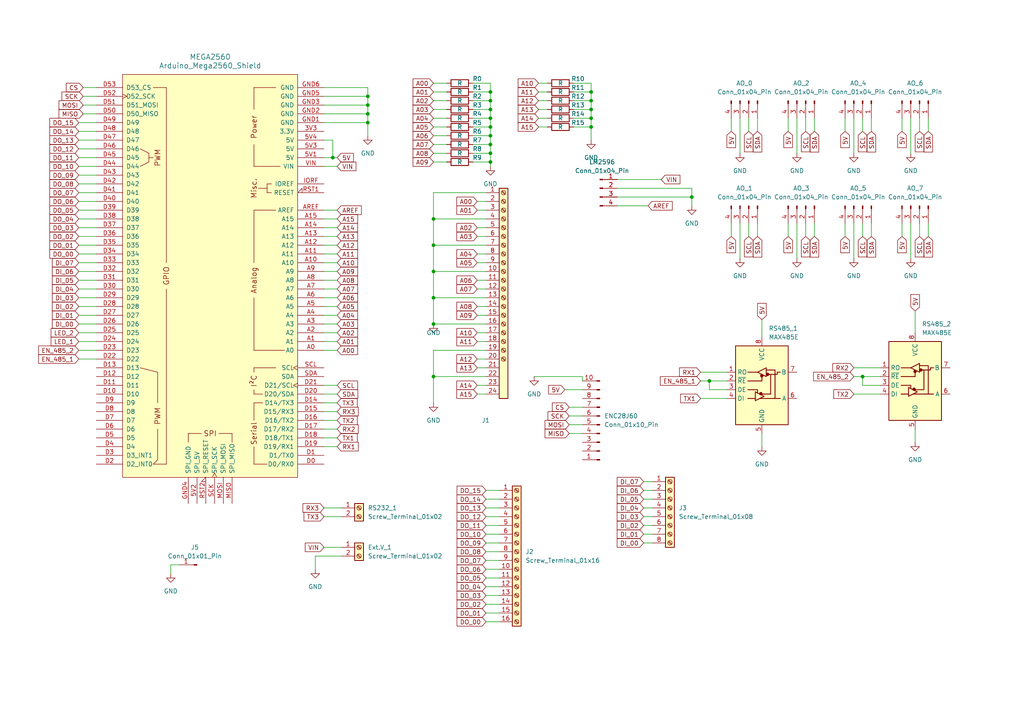
<source format=kicad_sch>
(kicad_sch (version 20230121) (generator eeschema)

  (uuid 6969f8a3-205d-401c-ae37-2e26183a6afa)

  (paper "A4")

  

  (junction (at 106.68 27.94) (diameter 0) (color 0 0 0 0)
    (uuid 08431aed-ff70-4179-b446-04efb297ef08)
  )
  (junction (at 171.45 34.29) (diameter 0) (color 0 0 0 0)
    (uuid 0dee1e2c-1f45-46a0-b9c3-f4224619a95f)
  )
  (junction (at 106.68 35.56) (diameter 0) (color 0 0 0 0)
    (uuid 0ed19bb5-7a19-4d57-8055-f52ad5c64423)
  )
  (junction (at 142.24 46.99) (diameter 0) (color 0 0 0 0)
    (uuid 108be74f-0fe5-4585-b951-674fd5b4d87e)
  )
  (junction (at 125.73 109.22) (diameter 0) (color 0 0 0 0)
    (uuid 15133114-aee9-4cd5-b78a-2b1ee391b02a)
  )
  (junction (at 250.19 109.22) (diameter 0) (color 0 0 0 0)
    (uuid 378bd4d7-4535-4aa1-b279-ee9a836b37bc)
  )
  (junction (at 106.68 33.02) (diameter 0) (color 0 0 0 0)
    (uuid 3e0d268d-0a96-4915-b8f9-5da7a514918f)
  )
  (junction (at 171.45 26.67) (diameter 0) (color 0 0 0 0)
    (uuid 47d3f550-f398-4cfd-99b8-49429e5957bd)
  )
  (junction (at 125.73 86.36) (diameter 0) (color 0 0 0 0)
    (uuid 4ba479da-2f52-461c-9918-8028b7fdd0d2)
  )
  (junction (at 142.24 39.37) (diameter 0) (color 0 0 0 0)
    (uuid 54a1979f-1794-4823-b7d6-64488b197678)
  )
  (junction (at 125.73 71.12) (diameter 0) (color 0 0 0 0)
    (uuid 61ab36e5-6352-436b-819b-3627b61f200d)
  )
  (junction (at 142.24 44.45) (diameter 0) (color 0 0 0 0)
    (uuid 676f6aed-2e87-46be-8488-bbe1f790adf6)
  )
  (junction (at 171.45 31.75) (diameter 0) (color 0 0 0 0)
    (uuid 6dbb4200-b863-41f9-8b57-d17cdc5bff0c)
  )
  (junction (at 125.73 63.5) (diameter 0) (color 0 0 0 0)
    (uuid 709054f8-33c8-45ad-bf36-16cf01429cd1)
  )
  (junction (at 125.73 78.74) (diameter 0) (color 0 0 0 0)
    (uuid 81f7ca89-ae13-4a64-8502-b0a972cdf3ee)
  )
  (junction (at 125.73 93.98) (diameter 0) (color 0 0 0 0)
    (uuid 83a3c7fc-0e33-44c8-be9a-c1e3529ae7b8)
  )
  (junction (at 142.24 26.67) (diameter 0) (color 0 0 0 0)
    (uuid 8ebc0e2e-d091-49bc-94f5-136a4ace8b04)
  )
  (junction (at 106.68 30.48) (diameter 0) (color 0 0 0 0)
    (uuid 98679850-3bcd-4a90-b6f2-f514d96f26ae)
  )
  (junction (at 142.24 29.21) (diameter 0) (color 0 0 0 0)
    (uuid b9d912cd-5d5c-407d-bacc-4d56e313a0b3)
  )
  (junction (at 200.66 57.15) (diameter 0) (color 0 0 0 0)
    (uuid c4f1a750-023d-4df3-86ad-bfb3be8119a6)
  )
  (junction (at 142.24 34.29) (diameter 0) (color 0 0 0 0)
    (uuid cc30a120-a312-4886-a63d-ca2a34196aeb)
  )
  (junction (at 205.74 110.49) (diameter 0) (color 0 0 0 0)
    (uuid cecce5db-b43f-4b1f-a287-9ffe8c2a053b)
  )
  (junction (at 171.45 36.83) (diameter 0) (color 0 0 0 0)
    (uuid d0f06c40-c8cf-462c-af3e-dcd0a9af04fc)
  )
  (junction (at 142.24 36.83) (diameter 0) (color 0 0 0 0)
    (uuid d2077975-7e45-4a4c-8286-4d5c2d7fc080)
  )
  (junction (at 142.24 31.75) (diameter 0) (color 0 0 0 0)
    (uuid f0066ec2-5b44-4bb0-a42d-2ad80002c30e)
  )
  (junction (at 96.52 45.72) (diameter 0) (color 0 0 0 0)
    (uuid f279b7b5-e5e3-4878-8b4e-7f341337c81a)
  )
  (junction (at 171.45 29.21) (diameter 0) (color 0 0 0 0)
    (uuid fb091db9-0a83-4009-94d0-912da603c127)
  )
  (junction (at 142.24 41.91) (diameter 0) (color 0 0 0 0)
    (uuid ffc01df6-f9c1-4334-b581-14de58986571)
  )

  (wire (pts (xy 93.98 33.02) (xy 106.68 33.02))
    (stroke (width 0) (type default))
    (uuid 00060c86-d34d-4d9f-bfe3-545ba23eb22f)
  )
  (wire (pts (xy 165.1 125.73) (xy 168.91 125.73))
    (stroke (width 0) (type default))
    (uuid 03462fb1-8d80-45bf-bd3e-9b0c8bf9ca0e)
  )
  (wire (pts (xy 186.69 142.24) (xy 189.23 142.24))
    (stroke (width 0) (type default))
    (uuid 04140671-5431-4417-80ab-da2579499878)
  )
  (wire (pts (xy 140.97 165.1) (xy 144.78 165.1))
    (stroke (width 0) (type default))
    (uuid 044cbd82-0414-4cd2-abde-8a00550c2e1c)
  )
  (wire (pts (xy 93.98 83.82) (xy 97.79 83.82))
    (stroke (width 0) (type default))
    (uuid 05b1eb3d-14b8-46e5-b71a-2991f910cb5b)
  )
  (wire (pts (xy 137.16 31.75) (xy 142.24 31.75))
    (stroke (width 0) (type default))
    (uuid 064df706-a972-4708-a832-5723e0a49715)
  )
  (wire (pts (xy 22.86 91.44) (xy 27.94 91.44))
    (stroke (width 0) (type default))
    (uuid 0812dd86-a4e6-4b7f-955e-411b225fadb2)
  )
  (wire (pts (xy 220.98 92.71) (xy 220.98 97.79))
    (stroke (width 0) (type default))
    (uuid 0861ef91-58e2-4949-8dec-3ccd5fa69e29)
  )
  (wire (pts (xy 93.98 147.32) (xy 99.06 147.32))
    (stroke (width 0) (type default))
    (uuid 093f24d1-d9f0-4afe-b928-9725e487722c)
  )
  (wire (pts (xy 138.43 68.58) (xy 140.97 68.58))
    (stroke (width 0) (type default))
    (uuid 0988afa8-98d2-4b1b-a933-39dc09ad511b)
  )
  (wire (pts (xy 125.73 29.21) (xy 129.54 29.21))
    (stroke (width 0) (type default))
    (uuid 0a868a5f-6f19-4f19-bf5e-9387d2bbf6d2)
  )
  (wire (pts (xy 22.86 104.14) (xy 27.94 104.14))
    (stroke (width 0) (type default))
    (uuid 0c519975-62e6-4fe5-a5fc-81669754aa8b)
  )
  (wire (pts (xy 171.45 24.13) (xy 171.45 26.67))
    (stroke (width 0) (type default))
    (uuid 0cd10ffd-0df2-4db0-b3b8-612c2b6fcd59)
  )
  (wire (pts (xy 22.86 60.96) (xy 27.94 60.96))
    (stroke (width 0) (type default))
    (uuid 1082b216-2973-47fb-9823-51adc5bd5914)
  )
  (wire (pts (xy 186.69 144.78) (xy 189.23 144.78))
    (stroke (width 0) (type default))
    (uuid 114ea429-e4f2-4b5d-ae40-2a1488685c74)
  )
  (wire (pts (xy 166.37 26.67) (xy 171.45 26.67))
    (stroke (width 0) (type default))
    (uuid 1186d785-d844-4d8e-aef3-cf8b137d585f)
  )
  (wire (pts (xy 247.65 106.68) (xy 255.27 106.68))
    (stroke (width 0) (type default))
    (uuid 11dc2b11-3776-432d-bf0b-47a34c2d7c1b)
  )
  (wire (pts (xy 210.82 113.03) (xy 205.74 113.03))
    (stroke (width 0) (type default))
    (uuid 12dd510b-0b78-4dda-8904-5a2e2ad0f7dc)
  )
  (wire (pts (xy 219.71 34.29) (xy 219.71 38.1))
    (stroke (width 0) (type default))
    (uuid 12e84c85-732c-450a-a05b-798ca9320fde)
  )
  (wire (pts (xy 250.19 34.29) (xy 250.19 38.1))
    (stroke (width 0) (type default))
    (uuid 159e4afb-7132-4744-b160-8f5350f7e71d)
  )
  (wire (pts (xy 49.53 163.83) (xy 52.07 163.83))
    (stroke (width 0) (type default))
    (uuid 16e37d6f-029f-49af-a811-2f399c4a72bd)
  )
  (wire (pts (xy 203.2 110.49) (xy 205.74 110.49))
    (stroke (width 0) (type default))
    (uuid 170eeb1a-ec9d-4ea4-b987-36280ad9bcb3)
  )
  (wire (pts (xy 138.43 58.42) (xy 140.97 58.42))
    (stroke (width 0) (type default))
    (uuid 1ac5a64a-a287-4c48-81e6-5600f3ab9e9e)
  )
  (wire (pts (xy 93.98 129.54) (xy 97.79 129.54))
    (stroke (width 0) (type default))
    (uuid 1c57504b-cc6a-49a7-b2b7-371a10811e52)
  )
  (wire (pts (xy 137.16 46.99) (xy 142.24 46.99))
    (stroke (width 0) (type default))
    (uuid 1c8cb44b-5ce1-436e-acff-7632b2e7ada2)
  )
  (wire (pts (xy 93.98 68.58) (xy 97.79 68.58))
    (stroke (width 0) (type default))
    (uuid 1d41bd80-983b-4aa4-bff3-d5f4d799d126)
  )
  (wire (pts (xy 203.2 115.57) (xy 210.82 115.57))
    (stroke (width 0) (type default))
    (uuid 1f614d15-c7f7-4b26-af8f-a2b034a85a69)
  )
  (wire (pts (xy 137.16 34.29) (xy 142.24 34.29))
    (stroke (width 0) (type default))
    (uuid 1f76bd5e-40bc-4566-b164-5396395691fe)
  )
  (wire (pts (xy 106.68 33.02) (xy 106.68 35.56))
    (stroke (width 0) (type default))
    (uuid 1f7c6a0f-f951-40e1-88ae-c67d3a86b366)
  )
  (wire (pts (xy 93.98 158.75) (xy 99.06 158.75))
    (stroke (width 0) (type default))
    (uuid 2224c8fb-56fd-4190-b7ff-758d109814cc)
  )
  (wire (pts (xy 214.63 64.77) (xy 214.63 74.93))
    (stroke (width 0) (type default))
    (uuid 2251adc6-a6c3-4760-b85b-824e334a6ed8)
  )
  (wire (pts (xy 137.16 24.13) (xy 142.24 24.13))
    (stroke (width 0) (type default))
    (uuid 26e0b8c3-225e-4bb3-ad5b-af5002d450b2)
  )
  (wire (pts (xy 228.6 34.29) (xy 228.6 38.1))
    (stroke (width 0) (type default))
    (uuid 271542b4-b8bb-442a-ae8a-e86d9e2885c9)
  )
  (wire (pts (xy 137.16 36.83) (xy 142.24 36.83))
    (stroke (width 0) (type default))
    (uuid 27511273-911e-409b-bd4a-f1c77f5e21ed)
  )
  (wire (pts (xy 255.27 111.76) (xy 250.19 111.76))
    (stroke (width 0) (type default))
    (uuid 27bfa538-47c4-43cf-ac29-664a17fcf7b9)
  )
  (wire (pts (xy 261.62 64.77) (xy 261.62 68.58))
    (stroke (width 0) (type default))
    (uuid 27da4c6a-d33f-48c3-aadf-d93b58f6b96a)
  )
  (wire (pts (xy 140.97 109.22) (xy 125.73 109.22))
    (stroke (width 0) (type default))
    (uuid 28032913-4216-4b54-bfb0-e5f60ca7cec2)
  )
  (wire (pts (xy 138.43 66.04) (xy 140.97 66.04))
    (stroke (width 0) (type default))
    (uuid 2972874a-ba1e-4cd7-aa62-5eb3758864fc)
  )
  (wire (pts (xy 93.98 81.28) (xy 97.79 81.28))
    (stroke (width 0) (type default))
    (uuid 2cbbefba-d19c-4f62-8d9c-651890159b67)
  )
  (wire (pts (xy 228.6 64.77) (xy 228.6 68.58))
    (stroke (width 0) (type default))
    (uuid 2d005c93-6203-43d4-bcee-646313f60e86)
  )
  (wire (pts (xy 22.86 86.36) (xy 27.94 86.36))
    (stroke (width 0) (type default))
    (uuid 2e8d8c0d-03c6-4411-92bc-5dbd3efc7fa0)
  )
  (wire (pts (xy 106.68 25.4) (xy 106.68 27.94))
    (stroke (width 0) (type default))
    (uuid 2f1c99f0-d8cc-489d-a980-f5c259e8e9e8)
  )
  (wire (pts (xy 96.52 45.72) (xy 97.79 45.72))
    (stroke (width 0) (type default))
    (uuid 2f76abbf-20a6-4fb6-bb8d-2fac3ca1315b)
  )
  (wire (pts (xy 22.86 35.56) (xy 27.94 35.56))
    (stroke (width 0) (type default))
    (uuid 2fd09d4f-3d7b-440d-a668-0d5b836a6e7e)
  )
  (wire (pts (xy 125.73 55.88) (xy 125.73 63.5))
    (stroke (width 0) (type default))
    (uuid 30760c3d-1b9a-4ec9-a39a-74621cfab5c0)
  )
  (wire (pts (xy 171.45 29.21) (xy 171.45 31.75))
    (stroke (width 0) (type default))
    (uuid 31797c71-6e39-4460-8ac2-3e469576f3a1)
  )
  (wire (pts (xy 171.45 36.83) (xy 171.45 40.64))
    (stroke (width 0) (type default))
    (uuid 332f249f-bd8c-480e-a86c-c9649cf388aa)
  )
  (wire (pts (xy 140.97 63.5) (xy 125.73 63.5))
    (stroke (width 0) (type default))
    (uuid 362ef42f-1827-4687-9f89-64548dce874a)
  )
  (wire (pts (xy 93.98 116.84) (xy 97.79 116.84))
    (stroke (width 0) (type default))
    (uuid 37533ad8-da05-4391-9368-37633a4e0fe5)
  )
  (wire (pts (xy 140.97 175.26) (xy 144.78 175.26))
    (stroke (width 0) (type default))
    (uuid 398560a5-8725-4742-972c-5a3723bf174a)
  )
  (wire (pts (xy 265.43 124.46) (xy 265.43 128.27))
    (stroke (width 0) (type default))
    (uuid 3a160e93-b414-426c-b5ff-1573198800a7)
  )
  (wire (pts (xy 191.77 52.07) (xy 179.07 52.07))
    (stroke (width 0) (type default))
    (uuid 3a2608a2-bb20-4078-ac03-a9127837ea87)
  )
  (wire (pts (xy 245.11 64.77) (xy 245.11 68.58))
    (stroke (width 0) (type default))
    (uuid 3cda5b2e-daad-4565-8dfc-d6a67abe43c7)
  )
  (wire (pts (xy 93.98 127) (xy 97.79 127))
    (stroke (width 0) (type default))
    (uuid 3cde4b2e-5000-4bbd-9c34-f551ad63ab60)
  )
  (wire (pts (xy 140.97 170.18) (xy 144.78 170.18))
    (stroke (width 0) (type default))
    (uuid 3db8c511-e5bb-4561-a41f-0ce773b55b6d)
  )
  (wire (pts (xy 156.21 24.13) (xy 158.75 24.13))
    (stroke (width 0) (type default))
    (uuid 3e193657-497c-46ed-a94e-bead2bdc189b)
  )
  (wire (pts (xy 93.98 45.72) (xy 96.52 45.72))
    (stroke (width 0) (type default))
    (uuid 3f0d70f2-638d-45a4-b64a-6f76fd260c2c)
  )
  (wire (pts (xy 156.21 29.21) (xy 158.75 29.21))
    (stroke (width 0) (type default))
    (uuid 4072c2c6-6c9f-425f-a0b2-94cf5d1541be)
  )
  (wire (pts (xy 22.86 38.1) (xy 27.94 38.1))
    (stroke (width 0) (type default))
    (uuid 4146d314-94bb-4c8d-84b4-78024c05d3b4)
  )
  (wire (pts (xy 166.37 24.13) (xy 171.45 24.13))
    (stroke (width 0) (type default))
    (uuid 41b9ebe9-9da1-485b-8a5b-309484f4475a)
  )
  (wire (pts (xy 93.98 78.74) (xy 97.79 78.74))
    (stroke (width 0) (type default))
    (uuid 4213a033-312f-4925-adac-625b0d164905)
  )
  (wire (pts (xy 125.73 39.37) (xy 129.54 39.37))
    (stroke (width 0) (type default))
    (uuid 4350c89a-2637-4214-a95f-5e19cb88f71b)
  )
  (wire (pts (xy 106.68 27.94) (xy 106.68 30.48))
    (stroke (width 0) (type default))
    (uuid 43a59b36-7dd0-4775-99f7-d20008fa8e07)
  )
  (wire (pts (xy 156.21 31.75) (xy 158.75 31.75))
    (stroke (width 0) (type default))
    (uuid 43f6cdaa-63ff-448b-892e-c77ed8472421)
  )
  (wire (pts (xy 142.24 26.67) (xy 142.24 29.21))
    (stroke (width 0) (type default))
    (uuid 4469ce4d-1f37-4cf6-bb9f-c0d5f9dbad65)
  )
  (wire (pts (xy 137.16 26.67) (xy 142.24 26.67))
    (stroke (width 0) (type default))
    (uuid 448a5959-9be8-4a33-bc2d-98847f6f59ca)
  )
  (wire (pts (xy 22.86 78.74) (xy 27.94 78.74))
    (stroke (width 0) (type default))
    (uuid 44dbe4e6-5acc-4bc0-969a-d12a2b908edd)
  )
  (wire (pts (xy 93.98 63.5) (xy 97.79 63.5))
    (stroke (width 0) (type default))
    (uuid 451c813d-8d75-4e10-a5a5-0127f894d767)
  )
  (wire (pts (xy 125.73 71.12) (xy 125.73 78.74))
    (stroke (width 0) (type default))
    (uuid 46701378-fc54-4fcf-9dcf-d1f79af73c66)
  )
  (wire (pts (xy 179.07 59.69) (xy 187.96 59.69))
    (stroke (width 0) (type default))
    (uuid 47489ccf-ef7d-48bb-96ee-3c59a7507afc)
  )
  (wire (pts (xy 250.19 64.77) (xy 250.19 68.58))
    (stroke (width 0) (type default))
    (uuid 499a653d-693b-41ee-9228-f8342e7646fb)
  )
  (wire (pts (xy 138.43 60.96) (xy 140.97 60.96))
    (stroke (width 0) (type default))
    (uuid 4a1c89b9-28bd-4afa-bed6-a63746966530)
  )
  (wire (pts (xy 217.17 34.29) (xy 217.17 38.1))
    (stroke (width 0) (type default))
    (uuid 4b1216cf-144d-4478-a186-a24881809529)
  )
  (wire (pts (xy 49.53 166.37) (xy 49.53 163.83))
    (stroke (width 0) (type default))
    (uuid 4d26c93a-3203-4d60-869e-90e99ef8de2a)
  )
  (wire (pts (xy 140.97 154.94) (xy 144.78 154.94))
    (stroke (width 0) (type default))
    (uuid 4d523cb1-99be-4342-b9f7-816e067fb4f6)
  )
  (wire (pts (xy 140.97 172.72) (xy 144.78 172.72))
    (stroke (width 0) (type default))
    (uuid 4e8b23e6-117a-40b4-a97e-c84cedc3ba84)
  )
  (wire (pts (xy 171.45 34.29) (xy 171.45 36.83))
    (stroke (width 0) (type default))
    (uuid 5063ecc7-6dab-4e6b-a5e0-1f2cd8f6c45e)
  )
  (wire (pts (xy 255.27 109.22) (xy 250.19 109.22))
    (stroke (width 0) (type default))
    (uuid 51f7e9a0-1d72-416f-aeab-3acfd76a61d3)
  )
  (wire (pts (xy 137.16 29.21) (xy 142.24 29.21))
    (stroke (width 0) (type default))
    (uuid 547d6818-f0ac-4c0c-8b24-494723b4c009)
  )
  (wire (pts (xy 261.62 34.29) (xy 261.62 38.1))
    (stroke (width 0) (type default))
    (uuid 54944181-6c01-4631-8f23-519cd3f6404c)
  )
  (wire (pts (xy 22.86 55.88) (xy 27.94 55.88))
    (stroke (width 0) (type default))
    (uuid 5679d103-d56c-4f73-b4eb-47fef74b960f)
  )
  (wire (pts (xy 266.7 34.29) (xy 266.7 38.1))
    (stroke (width 0) (type default))
    (uuid 58a09288-7569-42db-a6d2-3facc8851326)
  )
  (wire (pts (xy 125.73 109.22) (xy 125.73 116.84))
    (stroke (width 0) (type default))
    (uuid 58e52a5c-721a-494a-8ac9-7183281e9099)
  )
  (wire (pts (xy 217.17 64.77) (xy 217.17 68.58))
    (stroke (width 0) (type default))
    (uuid 59509f83-cae4-443e-bffa-d202725c216e)
  )
  (wire (pts (xy 22.86 88.9) (xy 27.94 88.9))
    (stroke (width 0) (type default))
    (uuid 5af5da74-4d29-4eea-b019-237102273ee8)
  )
  (wire (pts (xy 212.09 64.77) (xy 212.09 68.58))
    (stroke (width 0) (type default))
    (uuid 5c065ac4-abd6-4804-881f-cc57d5b87c6b)
  )
  (wire (pts (xy 93.98 101.6) (xy 97.79 101.6))
    (stroke (width 0) (type default))
    (uuid 5c8d7958-d495-4dc2-9f21-ab9068f6d315)
  )
  (wire (pts (xy 22.86 48.26) (xy 27.94 48.26))
    (stroke (width 0) (type default))
    (uuid 5c9e9da2-ae7e-48e6-bb8c-f7ac9904ee72)
  )
  (wire (pts (xy 93.98 86.36) (xy 97.79 86.36))
    (stroke (width 0) (type default))
    (uuid 5caa79ef-4f45-4023-9153-5a1c925d515d)
  )
  (wire (pts (xy 125.73 78.74) (xy 125.73 86.36))
    (stroke (width 0) (type default))
    (uuid 5d7e7472-7d1d-47d1-b56b-4e0b898a8e7b)
  )
  (wire (pts (xy 93.98 27.94) (xy 106.68 27.94))
    (stroke (width 0) (type default))
    (uuid 604fb08f-2b9c-4d46-bf3c-a8611cdb34db)
  )
  (wire (pts (xy 138.43 96.52) (xy 140.97 96.52))
    (stroke (width 0) (type default))
    (uuid 61baf780-6154-47d0-b4b1-0610a105f478)
  )
  (wire (pts (xy 166.37 29.21) (xy 171.45 29.21))
    (stroke (width 0) (type default))
    (uuid 62b49069-5d61-4bf3-be2a-6ff1e2f898d2)
  )
  (wire (pts (xy 138.43 76.2) (xy 140.97 76.2))
    (stroke (width 0) (type default))
    (uuid 6587872c-e531-4a74-a7a8-d9a83661f1f2)
  )
  (wire (pts (xy 22.86 73.66) (xy 27.94 73.66))
    (stroke (width 0) (type default))
    (uuid 6597832e-c649-4d1f-a66e-37a9c7b32de8)
  )
  (wire (pts (xy 125.73 63.5) (xy 125.73 71.12))
    (stroke (width 0) (type default))
    (uuid 65cc0b06-6721-479f-a4c6-f2ec5dc277b8)
  )
  (wire (pts (xy 220.98 125.73) (xy 220.98 129.54))
    (stroke (width 0) (type default))
    (uuid 66764adf-4c99-40f2-b8fb-d5e26a96cc85)
  )
  (wire (pts (xy 264.16 34.29) (xy 264.16 44.45))
    (stroke (width 0) (type default))
    (uuid 66934901-ca30-460e-a946-32c612462b75)
  )
  (wire (pts (xy 233.68 64.77) (xy 233.68 68.58))
    (stroke (width 0) (type default))
    (uuid 66ed7d17-0618-4aa7-9cbd-f58d2696b2d3)
  )
  (wire (pts (xy 171.45 26.67) (xy 171.45 29.21))
    (stroke (width 0) (type default))
    (uuid 670a60c8-222f-4a19-bf68-1df80bd64202)
  )
  (wire (pts (xy 125.73 101.6) (xy 125.73 109.22))
    (stroke (width 0) (type default))
    (uuid 6835b599-e4a9-4aa1-bffe-9a4be6c19d9a)
  )
  (wire (pts (xy 125.73 46.99) (xy 129.54 46.99))
    (stroke (width 0) (type default))
    (uuid 693d1aea-66b3-4c7f-88ee-80a8fad4b051)
  )
  (wire (pts (xy 93.98 96.52) (xy 97.79 96.52))
    (stroke (width 0) (type default))
    (uuid 6a7bd3ee-5f0d-4e3c-8a71-eb8aaecfafb0)
  )
  (wire (pts (xy 142.24 46.99) (xy 142.24 48.26))
    (stroke (width 0) (type default))
    (uuid 6bca99c4-1d21-4687-989b-b7c689ef966f)
  )
  (wire (pts (xy 142.24 34.29) (xy 142.24 36.83))
    (stroke (width 0) (type default))
    (uuid 6f1536c2-b82f-4d6d-b187-c669d1e1df4c)
  )
  (wire (pts (xy 125.73 36.83) (xy 129.54 36.83))
    (stroke (width 0) (type default))
    (uuid 70024f25-e064-4c83-93cd-371d2214ee4b)
  )
  (wire (pts (xy 140.97 167.64) (xy 144.78 167.64))
    (stroke (width 0) (type default))
    (uuid 72014c46-3ac6-4c7a-8c6d-47d69cb9e360)
  )
  (wire (pts (xy 250.19 111.76) (xy 250.19 109.22))
    (stroke (width 0) (type default))
    (uuid 721ccb3b-f99d-4a6a-9d34-8229ff49a51c)
  )
  (wire (pts (xy 22.86 71.12) (xy 27.94 71.12))
    (stroke (width 0) (type default))
    (uuid 731c7b7d-632b-4221-8fbc-809183c2b405)
  )
  (wire (pts (xy 140.97 149.86) (xy 144.78 149.86))
    (stroke (width 0) (type default))
    (uuid 732e4382-dc3f-4fdb-8532-ad47a14a810e)
  )
  (wire (pts (xy 138.43 73.66) (xy 140.97 73.66))
    (stroke (width 0) (type default))
    (uuid 73cdccbf-30e7-4a6b-a2e1-bb89995f0351)
  )
  (wire (pts (xy 93.98 91.44) (xy 97.79 91.44))
    (stroke (width 0) (type default))
    (uuid 751a6f1b-ff64-4ab2-bd4f-4fbedb70c0f9)
  )
  (wire (pts (xy 142.24 41.91) (xy 142.24 44.45))
    (stroke (width 0) (type default))
    (uuid 75777546-91e2-4e89-a63f-d7a71c21d7f3)
  )
  (wire (pts (xy 22.86 68.58) (xy 27.94 68.58))
    (stroke (width 0) (type default))
    (uuid 78327328-ebff-4712-881d-fa26fc064fd2)
  )
  (wire (pts (xy 166.37 31.75) (xy 171.45 31.75))
    (stroke (width 0) (type default))
    (uuid 7869b532-96f2-47c5-a90d-41668bd997c3)
  )
  (wire (pts (xy 22.86 40.64) (xy 27.94 40.64))
    (stroke (width 0) (type default))
    (uuid 798cffca-7924-4c04-8a5b-416dd617eede)
  )
  (wire (pts (xy 265.43 90.17) (xy 265.43 96.52))
    (stroke (width 0) (type default))
    (uuid 7c416548-d772-4fb3-adac-05d93b253db5)
  )
  (wire (pts (xy 22.86 43.18) (xy 27.94 43.18))
    (stroke (width 0) (type default))
    (uuid 7c42010d-ce4c-4fc2-abe4-7411cab7458a)
  )
  (wire (pts (xy 125.73 26.67) (xy 129.54 26.67))
    (stroke (width 0) (type default))
    (uuid 7e20dc4e-a9d6-4c14-9061-ed605176edd9)
  )
  (wire (pts (xy 125.73 86.36) (xy 125.73 93.98))
    (stroke (width 0) (type default))
    (uuid 7e20dd3a-2b67-4b25-a2ec-6b0e7e8fca2b)
  )
  (wire (pts (xy 138.43 88.9) (xy 140.97 88.9))
    (stroke (width 0) (type default))
    (uuid 7fae4489-cdc1-4a35-9be8-0271326eca57)
  )
  (wire (pts (xy 125.73 41.91) (xy 129.54 41.91))
    (stroke (width 0) (type default))
    (uuid 82ed8913-4110-45ab-a1be-426f00e99493)
  )
  (wire (pts (xy 212.09 34.29) (xy 212.09 38.1))
    (stroke (width 0) (type default))
    (uuid 83578325-b7dc-4d9d-8e07-f7593779e98d)
  )
  (wire (pts (xy 93.98 149.86) (xy 99.06 149.86))
    (stroke (width 0) (type default))
    (uuid 83d35241-bfc6-4c8e-b996-32a8424ab7ff)
  )
  (wire (pts (xy 22.86 76.2) (xy 27.94 76.2))
    (stroke (width 0) (type default))
    (uuid 84a8cec4-44d4-4086-875c-6ec32508f2c9)
  )
  (wire (pts (xy 205.74 113.03) (xy 205.74 110.49))
    (stroke (width 0) (type default))
    (uuid 878bd1c4-d240-4aa4-b74c-54d5b72e02f4)
  )
  (wire (pts (xy 140.97 147.32) (xy 144.78 147.32))
    (stroke (width 0) (type default))
    (uuid 886de1ae-2293-4529-938d-0d405f3f7283)
  )
  (wire (pts (xy 137.16 41.91) (xy 142.24 41.91))
    (stroke (width 0) (type default))
    (uuid 88acac8f-c73f-4c16-b48c-318430ad0e77)
  )
  (wire (pts (xy 142.24 31.75) (xy 142.24 34.29))
    (stroke (width 0) (type default))
    (uuid 892738d9-a9ea-47e9-87bf-9987e620c0a4)
  )
  (wire (pts (xy 140.97 157.48) (xy 144.78 157.48))
    (stroke (width 0) (type default))
    (uuid 8a537d8d-0245-41e8-8d3f-306532946420)
  )
  (wire (pts (xy 247.65 34.29) (xy 247.65 44.45))
    (stroke (width 0) (type default))
    (uuid 8a929d2d-1db1-43a0-b23b-83c255787833)
  )
  (wire (pts (xy 138.43 111.76) (xy 140.97 111.76))
    (stroke (width 0) (type default))
    (uuid 8ba5bfc2-6578-43e5-a0a5-0f45588bdb39)
  )
  (wire (pts (xy 142.24 29.21) (xy 142.24 31.75))
    (stroke (width 0) (type default))
    (uuid 8c2ad7e5-81e6-421b-ae04-1e2c54538234)
  )
  (wire (pts (xy 138.43 104.14) (xy 140.97 104.14))
    (stroke (width 0) (type default))
    (uuid 8d045cf6-89e8-4648-bd36-4e889e33b195)
  )
  (wire (pts (xy 236.22 64.77) (xy 236.22 68.58))
    (stroke (width 0) (type default))
    (uuid 8da341f1-2961-4eb7-bcbe-fcff4ee10df7)
  )
  (wire (pts (xy 166.37 36.83) (xy 171.45 36.83))
    (stroke (width 0) (type default))
    (uuid 8de939cb-f42e-4344-922d-99c8a77d1b05)
  )
  (wire (pts (xy 99.06 161.29) (xy 91.44 161.29))
    (stroke (width 0) (type default))
    (uuid 8e87a45d-2c20-41a5-8fd8-b5463bcb9a48)
  )
  (wire (pts (xy 186.69 157.48) (xy 189.23 157.48))
    (stroke (width 0) (type default))
    (uuid 90812b1e-e406-4eb7-b54f-20eb7721be10)
  )
  (wire (pts (xy 22.86 101.6) (xy 27.94 101.6))
    (stroke (width 0) (type default))
    (uuid 9350570d-15d4-4ac8-a6b6-a5a8e3b47a66)
  )
  (wire (pts (xy 179.07 54.61) (xy 200.66 54.61))
    (stroke (width 0) (type default))
    (uuid 944946e7-20d5-4a85-9c98-9b46369b3294)
  )
  (wire (pts (xy 186.69 149.86) (xy 189.23 149.86))
    (stroke (width 0) (type default))
    (uuid 9532ad9a-08ff-4df6-a376-150b0d3b9441)
  )
  (wire (pts (xy 264.16 64.77) (xy 264.16 74.93))
    (stroke (width 0) (type default))
    (uuid 95b95c31-6f51-4171-80a8-d4fbbd50725f)
  )
  (wire (pts (xy 93.98 76.2) (xy 97.79 76.2))
    (stroke (width 0) (type default))
    (uuid 96e2b84d-c5db-47d5-982b-a128d2c8cb31)
  )
  (wire (pts (xy 247.65 64.77) (xy 247.65 74.93))
    (stroke (width 0) (type default))
    (uuid 98736f92-eadd-44a1-92cf-3a54b257abc9)
  )
  (wire (pts (xy 140.97 144.78) (xy 144.78 144.78))
    (stroke (width 0) (type default))
    (uuid 9b0bcfa8-29ab-44fb-8aeb-93027367267d)
  )
  (wire (pts (xy 137.16 44.45) (xy 142.24 44.45))
    (stroke (width 0) (type default))
    (uuid 9b95f089-f7c2-4768-83c9-552e9d12a346)
  )
  (wire (pts (xy 168.91 109.22) (xy 168.91 110.49))
    (stroke (width 0) (type default))
    (uuid 9c37e591-f84a-4c79-b71e-ea516114e49d)
  )
  (wire (pts (xy 125.73 31.75) (xy 129.54 31.75))
    (stroke (width 0) (type default))
    (uuid 9cff3c44-1d61-4dd2-b6e6-f0330b8facf2)
  )
  (wire (pts (xy 179.07 57.15) (xy 200.66 57.15))
    (stroke (width 0) (type default))
    (uuid 9ed78a03-e0ae-4e33-b0b4-0ed6206fdc06)
  )
  (wire (pts (xy 142.24 44.45) (xy 142.24 46.99))
    (stroke (width 0) (type default))
    (uuid 9fbfd723-54f6-43de-ac61-1c27745aff51)
  )
  (wire (pts (xy 203.2 107.95) (xy 210.82 107.95))
    (stroke (width 0) (type default))
    (uuid 9ffaf715-26e1-40cb-997b-104c14835f07)
  )
  (wire (pts (xy 140.97 152.4) (xy 144.78 152.4))
    (stroke (width 0) (type default))
    (uuid a159ee4f-71fa-4307-bdbe-f8048b19de61)
  )
  (wire (pts (xy 106.68 35.56) (xy 106.68 39.37))
    (stroke (width 0) (type default))
    (uuid a15e3862-faec-489a-aa7b-f72166438ef8)
  )
  (wire (pts (xy 93.98 119.38) (xy 97.79 119.38))
    (stroke (width 0) (type default))
    (uuid a2b8f6a7-b485-442d-8bb1-3f69a38f48b3)
  )
  (wire (pts (xy 22.86 81.28) (xy 27.94 81.28))
    (stroke (width 0) (type default))
    (uuid a2e77695-18da-4aa4-b705-9bc35aecb9e7)
  )
  (wire (pts (xy 252.73 34.29) (xy 252.73 38.1))
    (stroke (width 0) (type default))
    (uuid a2ece8a7-60e7-4808-94b4-fda5c9e7f4fd)
  )
  (wire (pts (xy 166.37 34.29) (xy 171.45 34.29))
    (stroke (width 0) (type default))
    (uuid a32c6403-d341-46c0-90ae-66d4f81a9d45)
  )
  (wire (pts (xy 93.98 30.48) (xy 106.68 30.48))
    (stroke (width 0) (type default))
    (uuid a742fe18-0fd8-4164-a7ad-7182596d4ac3)
  )
  (wire (pts (xy 106.68 30.48) (xy 106.68 33.02))
    (stroke (width 0) (type default))
    (uuid a80e3494-6ac3-4fc4-8aa1-0d77f373c7e2)
  )
  (wire (pts (xy 138.43 91.44) (xy 140.97 91.44))
    (stroke (width 0) (type default))
    (uuid aa385ee6-20c6-49d7-87fc-142063b850b0)
  )
  (wire (pts (xy 93.98 35.56) (xy 106.68 35.56))
    (stroke (width 0) (type default))
    (uuid ac0cd860-cd4b-4037-9adb-4606bd453bf1)
  )
  (wire (pts (xy 24.13 30.48) (xy 27.94 30.48))
    (stroke (width 0) (type default))
    (uuid ac2a8e8b-9ef5-4bd6-b1b8-3aabf04e7042)
  )
  (wire (pts (xy 269.24 64.77) (xy 269.24 68.58))
    (stroke (width 0) (type default))
    (uuid b17cc8e6-933d-4585-b9f5-872a6c600ece)
  )
  (wire (pts (xy 236.22 34.29) (xy 236.22 38.1))
    (stroke (width 0) (type default))
    (uuid b1e0915d-bc96-4685-8aa4-6539ce75ab8c)
  )
  (wire (pts (xy 247.65 109.22) (xy 250.19 109.22))
    (stroke (width 0) (type default))
    (uuid b2747894-542b-4f13-a0e9-2b382a94e9c7)
  )
  (wire (pts (xy 142.24 24.13) (xy 142.24 26.67))
    (stroke (width 0) (type default))
    (uuid b2fbd5a6-0074-4f03-b8a2-59c1812036e4)
  )
  (wire (pts (xy 138.43 114.3) (xy 140.97 114.3))
    (stroke (width 0) (type default))
    (uuid b38b7c9f-c7f5-4f32-8da5-a093d7fc7741)
  )
  (wire (pts (xy 165.1 118.11) (xy 168.91 118.11))
    (stroke (width 0) (type default))
    (uuid b434a752-4c8a-4778-ac69-5298b68b3365)
  )
  (wire (pts (xy 252.73 64.77) (xy 252.73 68.58))
    (stroke (width 0) (type default))
    (uuid b49e5d3b-84c8-413b-b861-6f31bf65db35)
  )
  (wire (pts (xy 156.21 26.67) (xy 158.75 26.67))
    (stroke (width 0) (type default))
    (uuid b59ab8cb-b449-46b2-b097-1d3e4a27033b)
  )
  (wire (pts (xy 93.98 40.64) (xy 96.52 40.64))
    (stroke (width 0) (type default))
    (uuid b5fe0f1a-5696-4f8d-9d6a-093274fb5a55)
  )
  (wire (pts (xy 231.14 64.77) (xy 231.14 74.93))
    (stroke (width 0) (type default))
    (uuid b7f1fafb-f545-401c-bd30-95ebddc38a9a)
  )
  (wire (pts (xy 93.98 25.4) (xy 106.68 25.4))
    (stroke (width 0) (type default))
    (uuid b80ece23-d543-41fb-8e41-5c7aca1145a8)
  )
  (wire (pts (xy 137.16 39.37) (xy 142.24 39.37))
    (stroke (width 0) (type default))
    (uuid b8237066-83bc-4369-b318-d7b27f93cc93)
  )
  (wire (pts (xy 22.86 93.98) (xy 27.94 93.98))
    (stroke (width 0) (type default))
    (uuid b82f7565-a776-403a-96d2-4a1da4a33321)
  )
  (wire (pts (xy 93.98 66.04) (xy 97.79 66.04))
    (stroke (width 0) (type default))
    (uuid bbe1e0fe-4e1c-4ba2-9027-27d1b3036fe9)
  )
  (wire (pts (xy 93.98 99.06) (xy 97.79 99.06))
    (stroke (width 0) (type default))
    (uuid bbfb841f-c015-4ebf-882c-30b04ae8ef11)
  )
  (wire (pts (xy 138.43 83.82) (xy 140.97 83.82))
    (stroke (width 0) (type default))
    (uuid bc146cfa-02d3-4f7b-9f0b-f0970ef3e394)
  )
  (wire (pts (xy 93.98 121.92) (xy 97.79 121.92))
    (stroke (width 0) (type default))
    (uuid bdfdb3de-b7dc-4aaa-82f9-a330b3caf9db)
  )
  (wire (pts (xy 91.44 161.29) (xy 91.44 165.1))
    (stroke (width 0) (type default))
    (uuid be290c12-371e-4cdc-a2f5-1f29a2e72924)
  )
  (wire (pts (xy 138.43 81.28) (xy 140.97 81.28))
    (stroke (width 0) (type default))
    (uuid bf32f58e-4001-4fb1-a3f6-c7d0f8c7dc5e)
  )
  (wire (pts (xy 214.63 34.29) (xy 214.63 44.45))
    (stroke (width 0) (type default))
    (uuid bf41aa56-d233-4368-a9ee-71d3c41a73b9)
  )
  (wire (pts (xy 24.13 27.94) (xy 27.94 27.94))
    (stroke (width 0) (type default))
    (uuid bfec1958-768b-467d-b2b2-677710f1edb3)
  )
  (wire (pts (xy 93.98 124.46) (xy 97.79 124.46))
    (stroke (width 0) (type default))
    (uuid c0e88086-f049-441d-9905-d66a0065747c)
  )
  (wire (pts (xy 142.24 36.83) (xy 142.24 39.37))
    (stroke (width 0) (type default))
    (uuid c3f723db-65a1-4e15-b6d9-20d2d794e44d)
  )
  (wire (pts (xy 140.97 86.36) (xy 125.73 86.36))
    (stroke (width 0) (type default))
    (uuid c48e43e8-44a9-43f4-8482-052094689698)
  )
  (wire (pts (xy 186.69 152.4) (xy 189.23 152.4))
    (stroke (width 0) (type default))
    (uuid c4a1fa19-7243-478d-bdaf-0af25b440664)
  )
  (wire (pts (xy 93.98 88.9) (xy 97.79 88.9))
    (stroke (width 0) (type default))
    (uuid c4d57104-d93b-4642-b190-340eac64cebe)
  )
  (wire (pts (xy 93.98 93.98) (xy 97.79 93.98))
    (stroke (width 0) (type default))
    (uuid c553680f-4c40-4f12-a3a8-3e9b7a532255)
  )
  (wire (pts (xy 140.97 142.24) (xy 144.78 142.24))
    (stroke (width 0) (type default))
    (uuid c58cf797-ad75-41ec-9d78-e601a00e6e4a)
  )
  (wire (pts (xy 200.66 57.15) (xy 200.66 59.69))
    (stroke (width 0) (type default))
    (uuid c5d38290-d5ed-4b86-88d0-89bfbcd2d3f1)
  )
  (wire (pts (xy 171.45 31.75) (xy 171.45 34.29))
    (stroke (width 0) (type default))
    (uuid c7976bcc-7663-407b-b0bb-779bd2b1fc92)
  )
  (wire (pts (xy 140.97 71.12) (xy 125.73 71.12))
    (stroke (width 0) (type default))
    (uuid c8145081-6f3a-415a-8ea8-1a1075e457cd)
  )
  (wire (pts (xy 93.98 111.76) (xy 97.79 111.76))
    (stroke (width 0) (type default))
    (uuid cc12fad7-8754-4dc3-8132-2703527bafdc)
  )
  (wire (pts (xy 24.13 25.4) (xy 27.94 25.4))
    (stroke (width 0) (type default))
    (uuid cf325d3d-4953-4a98-b935-73aae0f1147a)
  )
  (wire (pts (xy 140.97 55.88) (xy 125.73 55.88))
    (stroke (width 0) (type default))
    (uuid cf822218-1e34-4740-803b-d7fa591d50da)
  )
  (wire (pts (xy 22.86 66.04) (xy 27.94 66.04))
    (stroke (width 0) (type default))
    (uuid d0353585-1798-4286-a76f-946ab91c6811)
  )
  (wire (pts (xy 125.73 44.45) (xy 129.54 44.45))
    (stroke (width 0) (type default))
    (uuid d07258ff-64f4-416e-8983-7bb7c35a5ded)
  )
  (wire (pts (xy 140.97 160.02) (xy 144.78 160.02))
    (stroke (width 0) (type default))
    (uuid d5316f47-c4a6-4a33-99de-46c8aa0d5cc8)
  )
  (wire (pts (xy 247.65 114.3) (xy 255.27 114.3))
    (stroke (width 0) (type default))
    (uuid d7497749-30f3-4e13-97bd-5491a5d12938)
  )
  (wire (pts (xy 93.98 48.26) (xy 97.79 48.26))
    (stroke (width 0) (type default))
    (uuid d7b54dbc-4040-4506-8010-9d0d85ed4ae3)
  )
  (wire (pts (xy 156.21 36.83) (xy 158.75 36.83))
    (stroke (width 0) (type default))
    (uuid d7eb962f-3e1f-4536-a230-a19201ba0939)
  )
  (wire (pts (xy 142.24 39.37) (xy 142.24 41.91))
    (stroke (width 0) (type default))
    (uuid d89171ac-e1cd-4daf-9214-67aff69fd51d)
  )
  (wire (pts (xy 125.73 34.29) (xy 129.54 34.29))
    (stroke (width 0) (type default))
    (uuid d93e55ed-1fbd-4b10-903f-807f4cef6e1e)
  )
  (wire (pts (xy 22.86 50.8) (xy 27.94 50.8))
    (stroke (width 0) (type default))
    (uuid dbd6871c-394c-475d-9a12-9369003623bf)
  )
  (wire (pts (xy 140.97 177.8) (xy 144.78 177.8))
    (stroke (width 0) (type default))
    (uuid dc138a84-ff47-487e-9277-dc1c031227b3)
  )
  (wire (pts (xy 233.68 34.29) (xy 233.68 38.1))
    (stroke (width 0) (type default))
    (uuid dccb8071-19f0-41f6-8b6f-25bb208e1686)
  )
  (wire (pts (xy 154.94 109.22) (xy 168.91 109.22))
    (stroke (width 0) (type default))
    (uuid dde2fee8-18fb-417a-8bb5-b8f7f8fb482c)
  )
  (wire (pts (xy 165.1 120.65) (xy 168.91 120.65))
    (stroke (width 0) (type default))
    (uuid deab0fb7-afad-4507-b628-6c4dc50e65c6)
  )
  (wire (pts (xy 93.98 60.96) (xy 97.79 60.96))
    (stroke (width 0) (type default))
    (uuid deb831c4-5a53-45d6-8895-01625b81cfb6)
  )
  (wire (pts (xy 125.73 93.98) (xy 140.97 93.98))
    (stroke (width 0) (type default))
    (uuid dfdb4278-d479-4d3c-b329-96471126a2e8)
  )
  (wire (pts (xy 22.86 58.42) (xy 27.94 58.42))
    (stroke (width 0) (type default))
    (uuid e084f7df-c932-43a1-841a-62b84bccbee6)
  )
  (wire (pts (xy 186.69 147.32) (xy 189.23 147.32))
    (stroke (width 0) (type default))
    (uuid e14fb64f-5c27-40b4-ae51-c8e9d564adb0)
  )
  (wire (pts (xy 22.86 53.34) (xy 27.94 53.34))
    (stroke (width 0) (type default))
    (uuid e1637363-02da-4966-ae9a-11f2d54dde5d)
  )
  (wire (pts (xy 22.86 45.72) (xy 27.94 45.72))
    (stroke (width 0) (type default))
    (uuid e19763aa-740c-49c1-97a4-b71cb52f0df2)
  )
  (wire (pts (xy 231.14 34.29) (xy 231.14 44.45))
    (stroke (width 0) (type default))
    (uuid e4a5b11e-c4ea-4df0-9b38-e20f29a98c5f)
  )
  (wire (pts (xy 93.98 114.3) (xy 97.79 114.3))
    (stroke (width 0) (type default))
    (uuid e4de4561-afbd-4986-a502-36f56be9e1e2)
  )
  (wire (pts (xy 22.86 99.06) (xy 27.94 99.06))
    (stroke (width 0) (type default))
    (uuid e6013c4d-1505-4f8f-bae7-967a58f237ae)
  )
  (wire (pts (xy 22.86 63.5) (xy 27.94 63.5))
    (stroke (width 0) (type default))
    (uuid e68deb0f-c9b7-4c3e-898f-b88a20cb1c9c)
  )
  (wire (pts (xy 269.24 34.29) (xy 269.24 38.1))
    (stroke (width 0) (type default))
    (uuid e6f3236a-da6e-42cc-8e4a-3627a3bdaa51)
  )
  (wire (pts (xy 125.73 24.13) (xy 129.54 24.13))
    (stroke (width 0) (type default))
    (uuid e75306e3-1ef1-42af-99df-ac6e26929e6f)
  )
  (wire (pts (xy 93.98 71.12) (xy 97.79 71.12))
    (stroke (width 0) (type default))
    (uuid e9f1e099-6b6a-43a9-b6a3-f0dc20f4ccd4)
  )
  (wire (pts (xy 156.21 34.29) (xy 158.75 34.29))
    (stroke (width 0) (type default))
    (uuid eb1ec8a7-4b78-412b-80e0-7746b367457f)
  )
  (wire (pts (xy 186.69 139.7) (xy 189.23 139.7))
    (stroke (width 0) (type default))
    (uuid ed45395f-3a1e-4b3f-bf23-88699ea65002)
  )
  (wire (pts (xy 138.43 99.06) (xy 140.97 99.06))
    (stroke (width 0) (type default))
    (uuid ed697d9b-e109-4da6-b621-a229f08a6a27)
  )
  (wire (pts (xy 140.97 101.6) (xy 125.73 101.6))
    (stroke (width 0) (type default))
    (uuid ed84fd51-961f-4a18-8037-89cc3822a1f9)
  )
  (wire (pts (xy 205.74 110.49) (xy 210.82 110.49))
    (stroke (width 0) (type default))
    (uuid edff633b-f186-4594-bbf8-a0d55b301e93)
  )
  (wire (pts (xy 22.86 96.52) (xy 27.94 96.52))
    (stroke (width 0) (type default))
    (uuid f049e6d0-67ad-49b9-b7f6-0a899017c147)
  )
  (wire (pts (xy 24.13 33.02) (xy 27.94 33.02))
    (stroke (width 0) (type default))
    (uuid f0f0d0a7-01d2-4492-974b-8a1fe4eaaf4b)
  )
  (wire (pts (xy 96.52 40.64) (xy 96.52 45.72))
    (stroke (width 0) (type default))
    (uuid f35b594b-b6d7-4227-902d-7e1dbe4e06dd)
  )
  (wire (pts (xy 245.11 34.29) (xy 245.11 38.1))
    (stroke (width 0) (type default))
    (uuid f3dbf887-6298-44af-a300-88bbb4a72bb6)
  )
  (wire (pts (xy 266.7 64.77) (xy 266.7 68.58))
    (stroke (width 0) (type default))
    (uuid f4b2be86-2b82-4493-baf7-3de30de7aa1e)
  )
  (wire (pts (xy 163.83 113.03) (xy 168.91 113.03))
    (stroke (width 0) (type default))
    (uuid f4e4278b-7ab3-46ea-b529-e21297fc17c1)
  )
  (wire (pts (xy 140.97 162.56) (xy 144.78 162.56))
    (stroke (width 0) (type default))
    (uuid f5533cb0-14fe-4c8f-a5ac-4742b71659bf)
  )
  (wire (pts (xy 219.71 64.77) (xy 219.71 68.58))
    (stroke (width 0) (type default))
    (uuid f7a9fe8b-5e43-44e2-8e1a-404a4c7af426)
  )
  (wire (pts (xy 165.1 123.19) (xy 168.91 123.19))
    (stroke (width 0) (type default))
    (uuid f8348ef8-e62e-4c8b-afdf-8fa615de3379)
  )
  (wire (pts (xy 140.97 180.34) (xy 144.78 180.34))
    (stroke (width 0) (type default))
    (uuid f9b7b5b3-4030-4c93-9045-baaf0cc2cc16)
  )
  (wire (pts (xy 200.66 54.61) (xy 200.66 57.15))
    (stroke (width 0) (type default))
    (uuid fabc38aa-519d-4c37-a5da-59b93b9ca99b)
  )
  (wire (pts (xy 22.86 83.82) (xy 27.94 83.82))
    (stroke (width 0) (type default))
    (uuid fc7fc664-9795-4e78-a4ce-ef002442fc70)
  )
  (wire (pts (xy 140.97 78.74) (xy 125.73 78.74))
    (stroke (width 0) (type default))
    (uuid fcfd6619-e61a-435a-8354-c892ec9cc123)
  )
  (wire (pts (xy 138.43 106.68) (xy 140.97 106.68))
    (stroke (width 0) (type default))
    (uuid fd43ee0e-e129-4774-8f2c-84d2ff78a0fb)
  )
  (wire (pts (xy 186.69 154.94) (xy 189.23 154.94))
    (stroke (width 0) (type default))
    (uuid fe94695f-e543-4a83-b489-d5d601a6569f)
  )
  (wire (pts (xy 93.98 73.66) (xy 97.79 73.66))
    (stroke (width 0) (type default))
    (uuid fef332bf-e228-4143-bf9c-11e34fdebafb)
  )

  (global_label "CS" (shape input) (at 24.13 25.4 180) (fields_autoplaced)
    (effects (font (size 1.27 1.27)) (justify right))
    (uuid 00d03d69-4e88-4005-86cc-601c6ec4be8e)
    (property "Intersheetrefs" "${INTERSHEET_REFS}" (at 18.7447 25.4 0)
      (effects (font (size 1.27 1.27)) (justify right) hide)
    )
  )
  (global_label "RX1" (shape input) (at 203.2 107.95 180) (fields_autoplaced)
    (effects (font (size 1.27 1.27)) (justify right))
    (uuid 0170c503-6d0a-4dde-b87b-2d8e836f693f)
    (property "Intersheetrefs" "${INTERSHEET_REFS}" (at 196.6052 107.95 0)
      (effects (font (size 1.27 1.27)) (justify right) hide)
    )
  )
  (global_label "A10" (shape input) (at 97.79 76.2 0) (fields_autoplaced)
    (effects (font (size 1.27 1.27)) (justify left))
    (uuid 045550dc-6038-47a7-9fd3-f25858329fda)
    (property "Intersheetrefs" "${INTERSHEET_REFS}" (at 104.2034 76.2 0)
      (effects (font (size 1.27 1.27)) (justify left) hide)
    )
  )
  (global_label "DO_10" (shape input) (at 140.97 154.94 180) (fields_autoplaced)
    (effects (font (size 1.27 1.27)) (justify right))
    (uuid 059558f1-2118-42f3-a7df-62378ae953a6)
    (property "Intersheetrefs" "${INTERSHEET_REFS}" (at 132.0771 154.94 0)
      (effects (font (size 1.27 1.27)) (justify right) hide)
    )
  )
  (global_label "SCL" (shape input) (at 233.68 68.58 270) (fields_autoplaced)
    (effects (font (size 1.27 1.27)) (justify right))
    (uuid 05b32910-632f-41e6-acb0-1cf807adb34b)
    (property "Intersheetrefs" "${INTERSHEET_REFS}" (at 233.68 74.9934 90)
      (effects (font (size 1.27 1.27)) (justify right) hide)
    )
  )
  (global_label "DO_07" (shape input) (at 22.86 55.88 180) (fields_autoplaced)
    (effects (font (size 1.27 1.27)) (justify right))
    (uuid 07160492-f2fc-46ed-b69d-07f368d09bee)
    (property "Intersheetrefs" "${INTERSHEET_REFS}" (at 13.9671 55.88 0)
      (effects (font (size 1.27 1.27)) (justify right) hide)
    )
  )
  (global_label "SDA" (shape input) (at 252.73 38.1 270) (fields_autoplaced)
    (effects (font (size 1.27 1.27)) (justify right))
    (uuid 077d3a84-4bc8-4593-af6a-1272f7d26d74)
    (property "Intersheetrefs" "${INTERSHEET_REFS}" (at 252.73 44.5739 90)
      (effects (font (size 1.27 1.27)) (justify right) hide)
    )
  )
  (global_label "A11" (shape input) (at 138.43 99.06 180) (fields_autoplaced)
    (effects (font (size 1.27 1.27)) (justify right))
    (uuid 082fc614-ac94-46a6-9031-a54b94d42939)
    (property "Intersheetrefs" "${INTERSHEET_REFS}" (at 132.0166 99.06 0)
      (effects (font (size 1.27 1.27)) (justify right) hide)
    )
  )
  (global_label "DI_06" (shape input) (at 22.86 78.74 180) (fields_autoplaced)
    (effects (font (size 1.27 1.27)) (justify right))
    (uuid 085fafb7-6982-45cf-8cea-076ff7a94a31)
    (property "Intersheetrefs" "${INTERSHEET_REFS}" (at 14.6928 78.74 0)
      (effects (font (size 1.27 1.27)) (justify right) hide)
    )
  )
  (global_label "DO_15" (shape input) (at 140.97 142.24 180) (fields_autoplaced)
    (effects (font (size 1.27 1.27)) (justify right))
    (uuid 08633603-e085-46e0-aef3-326ea1b89ff4)
    (property "Intersheetrefs" "${INTERSHEET_REFS}" (at 132.0771 142.24 0)
      (effects (font (size 1.27 1.27)) (justify right) hide)
    )
  )
  (global_label "VIN" (shape input) (at 191.77 52.07 0) (fields_autoplaced)
    (effects (font (size 1.27 1.27)) (justify left))
    (uuid 09f14572-2487-4f3e-96ad-c1b69a94038d)
    (property "Intersheetrefs" "${INTERSHEET_REFS}" (at 197.6997 52.07 0)
      (effects (font (size 1.27 1.27)) (justify left) hide)
    )
  )
  (global_label "DI_04" (shape input) (at 22.86 83.82 180) (fields_autoplaced)
    (effects (font (size 1.27 1.27)) (justify right))
    (uuid 0ac756b9-9b1b-40fa-82f5-efaffebfd1eb)
    (property "Intersheetrefs" "${INTERSHEET_REFS}" (at 14.6928 83.82 0)
      (effects (font (size 1.27 1.27)) (justify right) hide)
    )
  )
  (global_label "A02" (shape input) (at 97.79 96.52 0) (fields_autoplaced)
    (effects (font (size 1.27 1.27)) (justify left))
    (uuid 0b53f03f-e3bd-41f2-b99c-2e3b5b53b45f)
    (property "Intersheetrefs" "${INTERSHEET_REFS}" (at 104.2034 96.52 0)
      (effects (font (size 1.27 1.27)) (justify left) hide)
    )
  )
  (global_label "A08" (shape input) (at 138.43 88.9 180) (fields_autoplaced)
    (effects (font (size 1.27 1.27)) (justify right))
    (uuid 0c13a221-9f70-402d-b979-1dcf365b887a)
    (property "Intersheetrefs" "${INTERSHEET_REFS}" (at 132.0166 88.9 0)
      (effects (font (size 1.27 1.27)) (justify right) hide)
    )
  )
  (global_label "AREF" (shape input) (at 187.96 59.69 0) (fields_autoplaced)
    (effects (font (size 1.27 1.27)) (justify left))
    (uuid 0d06938a-ab11-4b7c-87bf-7354b19b6693)
    (property "Intersheetrefs" "${INTERSHEET_REFS}" (at 195.462 59.69 0)
      (effects (font (size 1.27 1.27)) (justify left) hide)
    )
  )
  (global_label "SCL" (shape input) (at 250.19 68.58 270) (fields_autoplaced)
    (effects (font (size 1.27 1.27)) (justify right))
    (uuid 0d29d11f-49e3-46e8-8708-53095e1256fa)
    (property "Intersheetrefs" "${INTERSHEET_REFS}" (at 250.19 74.9934 90)
      (effects (font (size 1.27 1.27)) (justify right) hide)
    )
  )
  (global_label "TX1" (shape input) (at 203.2 115.57 180) (fields_autoplaced)
    (effects (font (size 1.27 1.27)) (justify right))
    (uuid 0e3f3a40-0419-4036-958e-8ca4ccb9455f)
    (property "Intersheetrefs" "${INTERSHEET_REFS}" (at 196.9076 115.57 0)
      (effects (font (size 1.27 1.27)) (justify right) hide)
    )
  )
  (global_label "5V" (shape input) (at 212.09 38.1 270) (fields_autoplaced)
    (effects (font (size 1.27 1.27)) (justify right))
    (uuid 1021c726-4e26-4bd8-ae8a-ccc2ef25c7fc)
    (property "Intersheetrefs" "${INTERSHEET_REFS}" (at 212.09 43.3039 90)
      (effects (font (size 1.27 1.27)) (justify right) hide)
    )
  )
  (global_label "A07" (shape input) (at 138.43 83.82 180) (fields_autoplaced)
    (effects (font (size 1.27 1.27)) (justify right))
    (uuid 10342e29-2dae-462d-bf47-59a364f7e176)
    (property "Intersheetrefs" "${INTERSHEET_REFS}" (at 132.0166 83.82 0)
      (effects (font (size 1.27 1.27)) (justify right) hide)
    )
  )
  (global_label "A07" (shape input) (at 97.79 83.82 0) (fields_autoplaced)
    (effects (font (size 1.27 1.27)) (justify left))
    (uuid 11b922c0-ee3a-4702-b32f-789801c64468)
    (property "Intersheetrefs" "${INTERSHEET_REFS}" (at 104.2034 83.82 0)
      (effects (font (size 1.27 1.27)) (justify left) hide)
    )
  )
  (global_label "A13" (shape input) (at 156.21 31.75 180) (fields_autoplaced)
    (effects (font (size 1.27 1.27)) (justify right))
    (uuid 1361c3c6-9b7a-495b-b0fb-801be6487bc1)
    (property "Intersheetrefs" "${INTERSHEET_REFS}" (at 149.7966 31.75 0)
      (effects (font (size 1.27 1.27)) (justify right) hide)
    )
  )
  (global_label "SCK" (shape input) (at 24.13 27.94 180) (fields_autoplaced)
    (effects (font (size 1.27 1.27)) (justify right))
    (uuid 1419855c-f481-4049-b7c1-c415eab16ec3)
    (property "Intersheetrefs" "${INTERSHEET_REFS}" (at 17.4747 27.94 0)
      (effects (font (size 1.27 1.27)) (justify right) hide)
    )
  )
  (global_label "A14" (shape input) (at 138.43 111.76 180) (fields_autoplaced)
    (effects (font (size 1.27 1.27)) (justify right))
    (uuid 14772e92-6009-4ba4-81c3-298fe846f188)
    (property "Intersheetrefs" "${INTERSHEET_REFS}" (at 132.0166 111.76 0)
      (effects (font (size 1.27 1.27)) (justify right) hide)
    )
  )
  (global_label "TX2" (shape input) (at 97.79 121.92 0) (fields_autoplaced)
    (effects (font (size 1.27 1.27)) (justify left))
    (uuid 15896398-5b4e-4f13-aa29-1ce5b37e6b27)
    (property "Intersheetrefs" "${INTERSHEET_REFS}" (at 104.0824 121.92 0)
      (effects (font (size 1.27 1.27)) (justify left) hide)
    )
  )
  (global_label "DO_08" (shape input) (at 22.86 53.34 180) (fields_autoplaced)
    (effects (font (size 1.27 1.27)) (justify right))
    (uuid 16391eae-e999-4648-9ab4-3b658b244a49)
    (property "Intersheetrefs" "${INTERSHEET_REFS}" (at 13.9671 53.34 0)
      (effects (font (size 1.27 1.27)) (justify right) hide)
    )
  )
  (global_label "A08" (shape input) (at 97.79 81.28 0) (fields_autoplaced)
    (effects (font (size 1.27 1.27)) (justify left))
    (uuid 16ba86f7-d063-4ce8-97b5-c43ac4435e08)
    (property "Intersheetrefs" "${INTERSHEET_REFS}" (at 104.2034 81.28 0)
      (effects (font (size 1.27 1.27)) (justify left) hide)
    )
  )
  (global_label "DI_01" (shape input) (at 22.86 91.44 180) (fields_autoplaced)
    (effects (font (size 1.27 1.27)) (justify right))
    (uuid 18226456-c881-4565-90fc-2672d63ded8f)
    (property "Intersheetrefs" "${INTERSHEET_REFS}" (at 14.6928 91.44 0)
      (effects (font (size 1.27 1.27)) (justify right) hide)
    )
  )
  (global_label "DI_02" (shape input) (at 186.69 152.4 180) (fields_autoplaced)
    (effects (font (size 1.27 1.27)) (justify right))
    (uuid 1b5991f4-e24c-4e1e-bf5e-4932e03b743b)
    (property "Intersheetrefs" "${INTERSHEET_REFS}" (at 178.5228 152.4 0)
      (effects (font (size 1.27 1.27)) (justify right) hide)
    )
  )
  (global_label "DO_07" (shape input) (at 140.97 162.56 180) (fields_autoplaced)
    (effects (font (size 1.27 1.27)) (justify right))
    (uuid 1c56d1bd-b3af-41c7-8535-640a401e7a27)
    (property "Intersheetrefs" "${INTERSHEET_REFS}" (at 132.0771 162.56 0)
      (effects (font (size 1.27 1.27)) (justify right) hide)
    )
  )
  (global_label "DO_08" (shape input) (at 140.97 160.02 180) (fields_autoplaced)
    (effects (font (size 1.27 1.27)) (justify right))
    (uuid 1cad42dc-66e9-4cc0-a8af-4ec72e3aa2b4)
    (property "Intersheetrefs" "${INTERSHEET_REFS}" (at 132.0771 160.02 0)
      (effects (font (size 1.27 1.27)) (justify right) hide)
    )
  )
  (global_label "A06" (shape input) (at 125.73 39.37 180) (fields_autoplaced)
    (effects (font (size 1.27 1.27)) (justify right))
    (uuid 1eefc644-65ca-414b-89d4-4bfdfd6c115a)
    (property "Intersheetrefs" "${INTERSHEET_REFS}" (at 119.3166 39.37 0)
      (effects (font (size 1.27 1.27)) (justify right) hide)
    )
  )
  (global_label "DO_14" (shape input) (at 140.97 144.78 180) (fields_autoplaced)
    (effects (font (size 1.27 1.27)) (justify right))
    (uuid 21302912-3de2-455e-a148-1ff92df2ce1c)
    (property "Intersheetrefs" "${INTERSHEET_REFS}" (at 132.0771 144.78 0)
      (effects (font (size 1.27 1.27)) (justify right) hide)
    )
  )
  (global_label "SDA" (shape input) (at 219.71 68.58 270) (fields_autoplaced)
    (effects (font (size 1.27 1.27)) (justify right))
    (uuid 22027dcc-cf7f-4c83-ad53-afb6729dceaf)
    (property "Intersheetrefs" "${INTERSHEET_REFS}" (at 219.71 75.0539 90)
      (effects (font (size 1.27 1.27)) (justify right) hide)
    )
  )
  (global_label "EN_485_2" (shape input) (at 22.86 101.6 180) (fields_autoplaced)
    (effects (font (size 1.27 1.27)) (justify right))
    (uuid 259cadfc-3114-4d1c-ba4f-278a15994e09)
    (property "Intersheetrefs" "${INTERSHEET_REFS}" (at 10.7015 101.6 0)
      (effects (font (size 1.27 1.27)) (justify right) hide)
    )
  )
  (global_label "TX1" (shape input) (at 97.79 127 0) (fields_autoplaced)
    (effects (font (size 1.27 1.27)) (justify left))
    (uuid 262af6b9-9f8b-4548-8586-4f57ecf2454b)
    (property "Intersheetrefs" "${INTERSHEET_REFS}" (at 104.0824 127 0)
      (effects (font (size 1.27 1.27)) (justify left) hide)
    )
  )
  (global_label "SDA" (shape input) (at 97.79 114.3 0) (fields_autoplaced)
    (effects (font (size 1.27 1.27)) (justify left))
    (uuid 2701853a-73cf-4614-b96f-e4eeec390288)
    (property "Intersheetrefs" "${INTERSHEET_REFS}" (at 104.2639 114.3 0)
      (effects (font (size 1.27 1.27)) (justify left) hide)
    )
  )
  (global_label "A00" (shape input) (at 138.43 58.42 180) (fields_autoplaced)
    (effects (font (size 1.27 1.27)) (justify right))
    (uuid 27255596-0241-47b8-816b-13a3d01e94a6)
    (property "Intersheetrefs" "${INTERSHEET_REFS}" (at 132.0166 58.42 0)
      (effects (font (size 1.27 1.27)) (justify right) hide)
    )
  )
  (global_label "DO_05" (shape input) (at 140.97 167.64 180) (fields_autoplaced)
    (effects (font (size 1.27 1.27)) (justify right))
    (uuid 290cd2e8-77e8-46b6-9006-d6d54b7491b9)
    (property "Intersheetrefs" "${INTERSHEET_REFS}" (at 132.0771 167.64 0)
      (effects (font (size 1.27 1.27)) (justify right) hide)
    )
  )
  (global_label "SCL" (shape input) (at 266.7 68.58 270) (fields_autoplaced)
    (effects (font (size 1.27 1.27)) (justify right))
    (uuid 2d673bb5-7bde-4df6-a3a7-0a9d7c63ea45)
    (property "Intersheetrefs" "${INTERSHEET_REFS}" (at 266.7 74.9934 90)
      (effects (font (size 1.27 1.27)) (justify right) hide)
    )
  )
  (global_label "A13" (shape input) (at 138.43 106.68 180) (fields_autoplaced)
    (effects (font (size 1.27 1.27)) (justify right))
    (uuid 3216be9c-9203-41bf-98e8-9fb055421ca1)
    (property "Intersheetrefs" "${INTERSHEET_REFS}" (at 132.0166 106.68 0)
      (effects (font (size 1.27 1.27)) (justify right) hide)
    )
  )
  (global_label "SCK" (shape input) (at 165.1 120.65 180) (fields_autoplaced)
    (effects (font (size 1.27 1.27)) (justify right))
    (uuid 3419170d-ea57-43ce-aa2b-7276854e1d96)
    (property "Intersheetrefs" "${INTERSHEET_REFS}" (at 158.4447 120.65 0)
      (effects (font (size 1.27 1.27)) (justify right) hide)
    )
  )
  (global_label "A03" (shape input) (at 138.43 68.58 180) (fields_autoplaced)
    (effects (font (size 1.27 1.27)) (justify right))
    (uuid 34708981-4bd3-4672-ba97-dfe05b6c3995)
    (property "Intersheetrefs" "${INTERSHEET_REFS}" (at 132.0166 68.58 0)
      (effects (font (size 1.27 1.27)) (justify right) hide)
    )
  )
  (global_label "A09" (shape input) (at 138.43 91.44 180) (fields_autoplaced)
    (effects (font (size 1.27 1.27)) (justify right))
    (uuid 3890b86f-9bec-46cc-b440-381c17fab2b7)
    (property "Intersheetrefs" "${INTERSHEET_REFS}" (at 132.0166 91.44 0)
      (effects (font (size 1.27 1.27)) (justify right) hide)
    )
  )
  (global_label "SCL" (shape input) (at 217.17 68.58 270) (fields_autoplaced)
    (effects (font (size 1.27 1.27)) (justify right))
    (uuid 3932c37c-d24c-47a9-8242-c9274456e297)
    (property "Intersheetrefs" "${INTERSHEET_REFS}" (at 217.17 74.9934 90)
      (effects (font (size 1.27 1.27)) (justify right) hide)
    )
  )
  (global_label "RX1" (shape input) (at 97.79 129.54 0) (fields_autoplaced)
    (effects (font (size 1.27 1.27)) (justify left))
    (uuid 3989145b-c8cc-4729-b310-4c824140f983)
    (property "Intersheetrefs" "${INTERSHEET_REFS}" (at 104.3848 129.54 0)
      (effects (font (size 1.27 1.27)) (justify left) hide)
    )
  )
  (global_label "A15" (shape input) (at 156.21 36.83 180) (fields_autoplaced)
    (effects (font (size 1.27 1.27)) (justify right))
    (uuid 39e4ac32-bcea-4108-b262-a5d983a55b38)
    (property "Intersheetrefs" "${INTERSHEET_REFS}" (at 149.7966 36.83 0)
      (effects (font (size 1.27 1.27)) (justify right) hide)
    )
  )
  (global_label "SCL" (shape input) (at 266.7 38.1 270) (fields_autoplaced)
    (effects (font (size 1.27 1.27)) (justify right))
    (uuid 3a0c644c-59c4-4926-8578-05f2f2c3a20a)
    (property "Intersheetrefs" "${INTERSHEET_REFS}" (at 266.7 44.5134 90)
      (effects (font (size 1.27 1.27)) (justify right) hide)
    )
  )
  (global_label "A09" (shape input) (at 97.79 78.74 0) (fields_autoplaced)
    (effects (font (size 1.27 1.27)) (justify left))
    (uuid 3c2464b0-6eb6-4db1-91fe-89b8fb08cc1a)
    (property "Intersheetrefs" "${INTERSHEET_REFS}" (at 104.2034 78.74 0)
      (effects (font (size 1.27 1.27)) (justify left) hide)
    )
  )
  (global_label "DI_05" (shape input) (at 186.69 144.78 180) (fields_autoplaced)
    (effects (font (size 1.27 1.27)) (justify right))
    (uuid 3f4345ff-df51-43a8-ac3a-4215ec2d1047)
    (property "Intersheetrefs" "${INTERSHEET_REFS}" (at 178.5228 144.78 0)
      (effects (font (size 1.27 1.27)) (justify right) hide)
    )
  )
  (global_label "LED_2" (shape input) (at 22.86 96.52 180) (fields_autoplaced)
    (effects (font (size 1.27 1.27)) (justify right))
    (uuid 3fd3c864-b3bc-4500-b5f4-097d6d90c876)
    (property "Intersheetrefs" "${INTERSHEET_REFS}" (at 14.33 96.52 0)
      (effects (font (size 1.27 1.27)) (justify right) hide)
    )
  )
  (global_label "A05" (shape input) (at 138.43 76.2 180) (fields_autoplaced)
    (effects (font (size 1.27 1.27)) (justify right))
    (uuid 405d0c52-419d-4069-824f-7861d4dec268)
    (property "Intersheetrefs" "${INTERSHEET_REFS}" (at 132.0166 76.2 0)
      (effects (font (size 1.27 1.27)) (justify right) hide)
    )
  )
  (global_label "DO_03" (shape input) (at 22.86 66.04 180) (fields_autoplaced)
    (effects (font (size 1.27 1.27)) (justify right))
    (uuid 40ad7e12-a69a-4335-9934-566411da1f03)
    (property "Intersheetrefs" "${INTERSHEET_REFS}" (at 13.9671 66.04 0)
      (effects (font (size 1.27 1.27)) (justify right) hide)
    )
  )
  (global_label "TX3" (shape input) (at 97.79 116.84 0) (fields_autoplaced)
    (effects (font (size 1.27 1.27)) (justify left))
    (uuid 41821e49-8506-4c68-a554-01d2ce07d110)
    (property "Intersheetrefs" "${INTERSHEET_REFS}" (at 104.0824 116.84 0)
      (effects (font (size 1.27 1.27)) (justify left) hide)
    )
  )
  (global_label "DO_09" (shape input) (at 22.86 50.8 180) (fields_autoplaced)
    (effects (font (size 1.27 1.27)) (justify right))
    (uuid 43229059-3cbb-416f-b7f6-7fd1b4ac89f2)
    (property "Intersheetrefs" "${INTERSHEET_REFS}" (at 13.9671 50.8 0)
      (effects (font (size 1.27 1.27)) (justify right) hide)
    )
  )
  (global_label "DO_10" (shape input) (at 22.86 48.26 180) (fields_autoplaced)
    (effects (font (size 1.27 1.27)) (justify right))
    (uuid 44d37a79-8405-4b7f-8cda-fc786c6e1d20)
    (property "Intersheetrefs" "${INTERSHEET_REFS}" (at 13.9671 48.26 0)
      (effects (font (size 1.27 1.27)) (justify right) hide)
    )
  )
  (global_label "A09" (shape input) (at 125.73 46.99 180) (fields_autoplaced)
    (effects (font (size 1.27 1.27)) (justify right))
    (uuid 498f4ebc-6d54-44b4-a08c-7630089d2af0)
    (property "Intersheetrefs" "${INTERSHEET_REFS}" (at 119.3166 46.99 0)
      (effects (font (size 1.27 1.27)) (justify right) hide)
    )
  )
  (global_label "SCL" (shape input) (at 97.79 111.76 0) (fields_autoplaced)
    (effects (font (size 1.27 1.27)) (justify left))
    (uuid 4a260521-09b4-41fb-b014-6e55ff53ef5c)
    (property "Intersheetrefs" "${INTERSHEET_REFS}" (at 104.2034 111.76 0)
      (effects (font (size 1.27 1.27)) (justify left) hide)
    )
  )
  (global_label "A12" (shape input) (at 138.43 104.14 180) (fields_autoplaced)
    (effects (font (size 1.27 1.27)) (justify right))
    (uuid 4ac83b05-e8e9-490b-801c-76803d03cd17)
    (property "Intersheetrefs" "${INTERSHEET_REFS}" (at 132.0166 104.14 0)
      (effects (font (size 1.27 1.27)) (justify right) hide)
    )
  )
  (global_label "DI_07" (shape input) (at 22.86 76.2 180) (fields_autoplaced)
    (effects (font (size 1.27 1.27)) (justify right))
    (uuid 4b5884e1-c0d5-439b-a5f1-f62fb4f38e01)
    (property "Intersheetrefs" "${INTERSHEET_REFS}" (at 14.6928 76.2 0)
      (effects (font (size 1.27 1.27)) (justify right) hide)
    )
  )
  (global_label "DO_01" (shape input) (at 140.97 177.8 180) (fields_autoplaced)
    (effects (font (size 1.27 1.27)) (justify right))
    (uuid 5031096d-8078-4287-a941-e84e326ea624)
    (property "Intersheetrefs" "${INTERSHEET_REFS}" (at 132.0771 177.8 0)
      (effects (font (size 1.27 1.27)) (justify right) hide)
    )
  )
  (global_label "SDA" (shape input) (at 269.24 68.58 270) (fields_autoplaced)
    (effects (font (size 1.27 1.27)) (justify right))
    (uuid 55469da0-46c0-46f8-8b88-b476efd1f03f)
    (property "Intersheetrefs" "${INTERSHEET_REFS}" (at 269.24 75.0539 90)
      (effects (font (size 1.27 1.27)) (justify right) hide)
    )
  )
  (global_label "MISO" (shape input) (at 24.13 33.02 180) (fields_autoplaced)
    (effects (font (size 1.27 1.27)) (justify right))
    (uuid 56465793-476e-429f-91a4-e771fee0a391)
    (property "Intersheetrefs" "${INTERSHEET_REFS}" (at 16.628 33.02 0)
      (effects (font (size 1.27 1.27)) (justify right) hide)
    )
  )
  (global_label "SCL" (shape input) (at 217.17 38.1 270) (fields_autoplaced)
    (effects (font (size 1.27 1.27)) (justify right))
    (uuid 5872081b-d304-4a59-b33d-387914d395e6)
    (property "Intersheetrefs" "${INTERSHEET_REFS}" (at 217.17 44.5134 90)
      (effects (font (size 1.27 1.27)) (justify right) hide)
    )
  )
  (global_label "DI_00" (shape input) (at 22.86 93.98 180) (fields_autoplaced)
    (effects (font (size 1.27 1.27)) (justify right))
    (uuid 589c9fd2-b80b-405c-bfe9-ac52cb0c6ca3)
    (property "Intersheetrefs" "${INTERSHEET_REFS}" (at 14.6928 93.98 0)
      (effects (font (size 1.27 1.27)) (justify right) hide)
    )
  )
  (global_label "DO_02" (shape input) (at 22.86 68.58 180) (fields_autoplaced)
    (effects (font (size 1.27 1.27)) (justify right))
    (uuid 590c4ca2-a254-4116-900e-502b41fd984b)
    (property "Intersheetrefs" "${INTERSHEET_REFS}" (at 13.9671 68.58 0)
      (effects (font (size 1.27 1.27)) (justify right) hide)
    )
  )
  (global_label "A11" (shape input) (at 156.21 26.67 180) (fields_autoplaced)
    (effects (font (size 1.27 1.27)) (justify right))
    (uuid 597408b7-69d5-4b51-87b4-dc4e6798dbd1)
    (property "Intersheetrefs" "${INTERSHEET_REFS}" (at 149.7966 26.67 0)
      (effects (font (size 1.27 1.27)) (justify right) hide)
    )
  )
  (global_label "A04" (shape input) (at 138.43 73.66 180) (fields_autoplaced)
    (effects (font (size 1.27 1.27)) (justify right))
    (uuid 5c63e208-f2ca-40ac-9cae-759ecaca0860)
    (property "Intersheetrefs" "${INTERSHEET_REFS}" (at 132.0166 73.66 0)
      (effects (font (size 1.27 1.27)) (justify right) hide)
    )
  )
  (global_label "RX2" (shape input) (at 97.79 124.46 0) (fields_autoplaced)
    (effects (font (size 1.27 1.27)) (justify left))
    (uuid 6012f53b-92c6-4c46-a8b2-22f35c91200e)
    (property "Intersheetrefs" "${INTERSHEET_REFS}" (at 104.3848 124.46 0)
      (effects (font (size 1.27 1.27)) (justify left) hide)
    )
  )
  (global_label "MISO" (shape input) (at 165.1 125.73 180) (fields_autoplaced)
    (effects (font (size 1.27 1.27)) (justify right))
    (uuid 60b1d9b9-dbe2-47ec-9e9e-3672760007e5)
    (property "Intersheetrefs" "${INTERSHEET_REFS}" (at 157.598 125.73 0)
      (effects (font (size 1.27 1.27)) (justify right) hide)
    )
  )
  (global_label "5V" (shape input) (at 163.83 113.03 180) (fields_autoplaced)
    (effects (font (size 1.27 1.27)) (justify right))
    (uuid 614f7918-a61d-4e68-8814-27f4748dbfe1)
    (property "Intersheetrefs" "${INTERSHEET_REFS}" (at 158.6261 113.03 0)
      (effects (font (size 1.27 1.27)) (justify right) hide)
    )
  )
  (global_label "DO_03" (shape input) (at 140.97 172.72 180) (fields_autoplaced)
    (effects (font (size 1.27 1.27)) (justify right))
    (uuid 61bf761a-a339-4ff1-aa42-3b7d404b25ba)
    (property "Intersheetrefs" "${INTERSHEET_REFS}" (at 132.0771 172.72 0)
      (effects (font (size 1.27 1.27)) (justify right) hide)
    )
  )
  (global_label "DI_06" (shape input) (at 186.69 142.24 180) (fields_autoplaced)
    (effects (font (size 1.27 1.27)) (justify right))
    (uuid 6203eb0b-38b4-4168-bde9-79ec38dc513e)
    (property "Intersheetrefs" "${INTERSHEET_REFS}" (at 178.5228 142.24 0)
      (effects (font (size 1.27 1.27)) (justify right) hide)
    )
  )
  (global_label "DO_15" (shape input) (at 22.86 35.56 180) (fields_autoplaced)
    (effects (font (size 1.27 1.27)) (justify right))
    (uuid 62a82c0a-eaef-43a8-bc3e-65612c7df840)
    (property "Intersheetrefs" "${INTERSHEET_REFS}" (at 13.9671 35.56 0)
      (effects (font (size 1.27 1.27)) (justify right) hide)
    )
  )
  (global_label "TX3" (shape input) (at 93.98 149.86 180) (fields_autoplaced)
    (effects (font (size 1.27 1.27)) (justify right))
    (uuid 6777a0e8-ea0d-4267-be8f-cc32324d7473)
    (property "Intersheetrefs" "${INTERSHEET_REFS}" (at 87.6876 149.86 0)
      (effects (font (size 1.27 1.27)) (justify right) hide)
    )
  )
  (global_label "DO_06" (shape input) (at 140.97 165.1 180) (fields_autoplaced)
    (effects (font (size 1.27 1.27)) (justify right))
    (uuid 6fc2f918-232f-4b1d-91ee-94a7e61e975f)
    (property "Intersheetrefs" "${INTERSHEET_REFS}" (at 132.0771 165.1 0)
      (effects (font (size 1.27 1.27)) (justify right) hide)
    )
  )
  (global_label "DO_12" (shape input) (at 22.86 43.18 180) (fields_autoplaced)
    (effects (font (size 1.27 1.27)) (justify right))
    (uuid 70ae580a-fa15-41dd-a486-a16537b8cf01)
    (property "Intersheetrefs" "${INTERSHEET_REFS}" (at 13.9671 43.18 0)
      (effects (font (size 1.27 1.27)) (justify right) hide)
    )
  )
  (global_label "5V" (shape input) (at 212.09 68.58 270) (fields_autoplaced)
    (effects (font (size 1.27 1.27)) (justify right))
    (uuid 70d21f8b-d001-47f7-a2cf-e3ce95bd9580)
    (property "Intersheetrefs" "${INTERSHEET_REFS}" (at 212.09 73.7839 90)
      (effects (font (size 1.27 1.27)) (justify right) hide)
    )
  )
  (global_label "A10" (shape input) (at 156.21 24.13 180) (fields_autoplaced)
    (effects (font (size 1.27 1.27)) (justify right))
    (uuid 72483efe-ef4b-4c83-89f0-7b5b07921728)
    (property "Intersheetrefs" "${INTERSHEET_REFS}" (at 149.7966 24.13 0)
      (effects (font (size 1.27 1.27)) (justify right) hide)
    )
  )
  (global_label "A15" (shape input) (at 97.79 63.5 0) (fields_autoplaced)
    (effects (font (size 1.27 1.27)) (justify left))
    (uuid 738cbfc5-49ab-4dc8-a950-c2b84f369c44)
    (property "Intersheetrefs" "${INTERSHEET_REFS}" (at 104.2034 63.5 0)
      (effects (font (size 1.27 1.27)) (justify left) hide)
    )
  )
  (global_label "MOSI" (shape input) (at 165.1 123.19 180) (fields_autoplaced)
    (effects (font (size 1.27 1.27)) (justify right))
    (uuid 768ac6c8-8cf2-47fd-824d-906a431e794b)
    (property "Intersheetrefs" "${INTERSHEET_REFS}" (at 157.598 123.19 0)
      (effects (font (size 1.27 1.27)) (justify right) hide)
    )
  )
  (global_label "A01" (shape input) (at 125.73 26.67 180) (fields_autoplaced)
    (effects (font (size 1.27 1.27)) (justify right))
    (uuid 77c550d3-ce3e-4f6e-97ce-e2692384f138)
    (property "Intersheetrefs" "${INTERSHEET_REFS}" (at 119.3166 26.67 0)
      (effects (font (size 1.27 1.27)) (justify right) hide)
    )
  )
  (global_label "A04" (shape input) (at 125.73 34.29 180) (fields_autoplaced)
    (effects (font (size 1.27 1.27)) (justify right))
    (uuid 7eb288d7-2257-4f8c-bb59-c8d44e9c546a)
    (property "Intersheetrefs" "${INTERSHEET_REFS}" (at 119.3166 34.29 0)
      (effects (font (size 1.27 1.27)) (justify right) hide)
    )
  )
  (global_label "RX3" (shape input) (at 93.98 147.32 180) (fields_autoplaced)
    (effects (font (size 1.27 1.27)) (justify right))
    (uuid 7ebe9082-d26b-48a9-bafb-1f3591f45033)
    (property "Intersheetrefs" "${INTERSHEET_REFS}" (at 87.3852 147.32 0)
      (effects (font (size 1.27 1.27)) (justify right) hide)
    )
  )
  (global_label "DO_11" (shape input) (at 140.97 152.4 180) (fields_autoplaced)
    (effects (font (size 1.27 1.27)) (justify right))
    (uuid 7fa9dd2d-389e-4666-8426-17b1cac45237)
    (property "Intersheetrefs" "${INTERSHEET_REFS}" (at 132.0771 152.4 0)
      (effects (font (size 1.27 1.27)) (justify right) hide)
    )
  )
  (global_label "A12" (shape input) (at 97.79 71.12 0) (fields_autoplaced)
    (effects (font (size 1.27 1.27)) (justify left))
    (uuid 8386e282-86bb-4ffe-a97a-a06ced8511eb)
    (property "Intersheetrefs" "${INTERSHEET_REFS}" (at 104.2034 71.12 0)
      (effects (font (size 1.27 1.27)) (justify left) hide)
    )
  )
  (global_label "A04" (shape input) (at 97.79 91.44 0) (fields_autoplaced)
    (effects (font (size 1.27 1.27)) (justify left))
    (uuid 85b81ece-8381-4dbf-8e92-bd864d07f136)
    (property "Intersheetrefs" "${INTERSHEET_REFS}" (at 104.2034 91.44 0)
      (effects (font (size 1.27 1.27)) (justify left) hide)
    )
  )
  (global_label "A03" (shape input) (at 97.79 93.98 0) (fields_autoplaced)
    (effects (font (size 1.27 1.27)) (justify left))
    (uuid 85f7a490-549b-4fa5-b6ad-2341f570ee91)
    (property "Intersheetrefs" "${INTERSHEET_REFS}" (at 104.2034 93.98 0)
      (effects (font (size 1.27 1.27)) (justify left) hide)
    )
  )
  (global_label "5V" (shape input) (at 265.43 90.17 90) (fields_autoplaced)
    (effects (font (size 1.27 1.27)) (justify left))
    (uuid 8b8a8d5c-43b8-4eb0-89bf-71c6ae6c8357)
    (property "Intersheetrefs" "${INTERSHEET_REFS}" (at 265.43 84.9661 90)
      (effects (font (size 1.27 1.27)) (justify left) hide)
    )
  )
  (global_label "A03" (shape input) (at 125.73 31.75 180) (fields_autoplaced)
    (effects (font (size 1.27 1.27)) (justify right))
    (uuid 8e75816a-1db7-4c13-b6da-bf7adf291ca7)
    (property "Intersheetrefs" "${INTERSHEET_REFS}" (at 119.3166 31.75 0)
      (effects (font (size 1.27 1.27)) (justify right) hide)
    )
  )
  (global_label "A07" (shape input) (at 125.73 41.91 180) (fields_autoplaced)
    (effects (font (size 1.27 1.27)) (justify right))
    (uuid 8edc168d-7996-4cb4-85a0-3e729cd3ab6c)
    (property "Intersheetrefs" "${INTERSHEET_REFS}" (at 119.3166 41.91 0)
      (effects (font (size 1.27 1.27)) (justify right) hide)
    )
  )
  (global_label "DO_04" (shape input) (at 22.86 63.5 180) (fields_autoplaced)
    (effects (font (size 1.27 1.27)) (justify right))
    (uuid 90b358f1-80f0-4439-89a8-1d19c5e2607f)
    (property "Intersheetrefs" "${INTERSHEET_REFS}" (at 13.9671 63.5 0)
      (effects (font (size 1.27 1.27)) (justify right) hide)
    )
  )
  (global_label "DO_09" (shape input) (at 140.97 157.48 180) (fields_autoplaced)
    (effects (font (size 1.27 1.27)) (justify right))
    (uuid 94992df1-db1a-4c22-bd6e-5cfa9fba80d3)
    (property "Intersheetrefs" "${INTERSHEET_REFS}" (at 132.0771 157.48 0)
      (effects (font (size 1.27 1.27)) (justify right) hide)
    )
  )
  (global_label "SCL" (shape input) (at 233.68 38.1 270) (fields_autoplaced)
    (effects (font (size 1.27 1.27)) (justify right))
    (uuid 94ca361a-dce3-4eab-88f0-e9f584d5169c)
    (property "Intersheetrefs" "${INTERSHEET_REFS}" (at 233.68 44.5134 90)
      (effects (font (size 1.27 1.27)) (justify right) hide)
    )
  )
  (global_label "DO_04" (shape input) (at 140.97 170.18 180) (fields_autoplaced)
    (effects (font (size 1.27 1.27)) (justify right))
    (uuid 97863324-20ef-4cd9-b3cc-12badd6cd21a)
    (property "Intersheetrefs" "${INTERSHEET_REFS}" (at 132.0771 170.18 0)
      (effects (font (size 1.27 1.27)) (justify right) hide)
    )
  )
  (global_label "TX2" (shape input) (at 247.65 114.3 180) (fields_autoplaced)
    (effects (font (size 1.27 1.27)) (justify right))
    (uuid 9860e335-e670-4448-9f6d-4c4a946fc258)
    (property "Intersheetrefs" "${INTERSHEET_REFS}" (at 241.3576 114.3 0)
      (effects (font (size 1.27 1.27)) (justify right) hide)
    )
  )
  (global_label "RX3" (shape input) (at 97.79 119.38 0) (fields_autoplaced)
    (effects (font (size 1.27 1.27)) (justify left))
    (uuid 9aeb3068-c034-4e7b-b1df-6fe881390cbf)
    (property "Intersheetrefs" "${INTERSHEET_REFS}" (at 104.3848 119.38 0)
      (effects (font (size 1.27 1.27)) (justify left) hide)
    )
  )
  (global_label "DI_04" (shape input) (at 186.69 147.32 180) (fields_autoplaced)
    (effects (font (size 1.27 1.27)) (justify right))
    (uuid 9d1728a5-5b9d-4b11-a320-25220abf1ede)
    (property "Intersheetrefs" "${INTERSHEET_REFS}" (at 178.5228 147.32 0)
      (effects (font (size 1.27 1.27)) (justify right) hide)
    )
  )
  (global_label "DO_11" (shape input) (at 22.86 45.72 180) (fields_autoplaced)
    (effects (font (size 1.27 1.27)) (justify right))
    (uuid 9e136786-2414-41c6-b35c-11e2a1e5b690)
    (property "Intersheetrefs" "${INTERSHEET_REFS}" (at 13.9671 45.72 0)
      (effects (font (size 1.27 1.27)) (justify right) hide)
    )
  )
  (global_label "LED_1" (shape input) (at 22.86 99.06 180) (fields_autoplaced)
    (effects (font (size 1.27 1.27)) (justify right))
    (uuid a0c5115f-e77e-472a-9b09-979cdf80bbb9)
    (property "Intersheetrefs" "${INTERSHEET_REFS}" (at 14.33 99.06 0)
      (effects (font (size 1.27 1.27)) (justify right) hide)
    )
  )
  (global_label "DO_05" (shape input) (at 22.86 60.96 180) (fields_autoplaced)
    (effects (font (size 1.27 1.27)) (justify right))
    (uuid a47e6f7f-c08d-4831-a461-8161064105ed)
    (property "Intersheetrefs" "${INTERSHEET_REFS}" (at 13.9671 60.96 0)
      (effects (font (size 1.27 1.27)) (justify right) hide)
    )
  )
  (global_label "DO_01" (shape input) (at 22.86 71.12 180) (fields_autoplaced)
    (effects (font (size 1.27 1.27)) (justify right))
    (uuid a6105787-169c-4d28-a542-e0dd4b160165)
    (property "Intersheetrefs" "${INTERSHEET_REFS}" (at 13.9671 71.12 0)
      (effects (font (size 1.27 1.27)) (justify right) hide)
    )
  )
  (global_label "A00" (shape input) (at 97.79 101.6 0) (fields_autoplaced)
    (effects (font (size 1.27 1.27)) (justify left))
    (uuid a78adfb5-265d-449b-b04c-90280e42636f)
    (property "Intersheetrefs" "${INTERSHEET_REFS}" (at 104.2034 101.6 0)
      (effects (font (size 1.27 1.27)) (justify left) hide)
    )
  )
  (global_label "SDA" (shape input) (at 252.73 68.58 270) (fields_autoplaced)
    (effects (font (size 1.27 1.27)) (justify right))
    (uuid a9b0fda9-fc51-4811-8513-52c082975678)
    (property "Intersheetrefs" "${INTERSHEET_REFS}" (at 252.73 75.0539 90)
      (effects (font (size 1.27 1.27)) (justify right) hide)
    )
  )
  (global_label "5V" (shape input) (at 220.98 92.71 90) (fields_autoplaced)
    (effects (font (size 1.27 1.27)) (justify left))
    (uuid a9cbe914-9422-46cf-aabb-18538b007c64)
    (property "Intersheetrefs" "${INTERSHEET_REFS}" (at 220.98 87.5061 90)
      (effects (font (size 1.27 1.27)) (justify left) hide)
    )
  )
  (global_label "A06" (shape input) (at 138.43 81.28 180) (fields_autoplaced)
    (effects (font (size 1.27 1.27)) (justify right))
    (uuid aa36a27c-ac1c-4b7e-bc55-bb3cc1bc4030)
    (property "Intersheetrefs" "${INTERSHEET_REFS}" (at 132.0166 81.28 0)
      (effects (font (size 1.27 1.27)) (justify right) hide)
    )
  )
  (global_label "A05" (shape input) (at 125.73 36.83 180) (fields_autoplaced)
    (effects (font (size 1.27 1.27)) (justify right))
    (uuid aa429a8a-4066-4149-9de3-0d8722cb5f4e)
    (property "Intersheetrefs" "${INTERSHEET_REFS}" (at 119.3166 36.83 0)
      (effects (font (size 1.27 1.27)) (justify right) hide)
    )
  )
  (global_label "VIN" (shape input) (at 93.98 158.75 180) (fields_autoplaced)
    (effects (font (size 1.27 1.27)) (justify right))
    (uuid aa7caffb-3991-4ff4-9983-dffd02d1486b)
    (property "Intersheetrefs" "${INTERSHEET_REFS}" (at 88.0503 158.75 0)
      (effects (font (size 1.27 1.27)) (justify right) hide)
    )
  )
  (global_label "EN_485_1" (shape input) (at 22.86 104.14 180) (fields_autoplaced)
    (effects (font (size 1.27 1.27)) (justify right))
    (uuid ae1a9a19-01ea-4661-877c-8e6de4755428)
    (property "Intersheetrefs" "${INTERSHEET_REFS}" (at 10.7015 104.14 0)
      (effects (font (size 1.27 1.27)) (justify right) hide)
    )
  )
  (global_label "5V" (shape input) (at 245.11 68.58 270) (fields_autoplaced)
    (effects (font (size 1.27 1.27)) (justify right))
    (uuid ae68566f-e2ab-4ee3-9350-e242f8ea014e)
    (property "Intersheetrefs" "${INTERSHEET_REFS}" (at 245.11 73.7839 90)
      (effects (font (size 1.27 1.27)) (justify right) hide)
    )
  )
  (global_label "A10" (shape input) (at 138.43 96.52 180) (fields_autoplaced)
    (effects (font (size 1.27 1.27)) (justify right))
    (uuid aeb1e6ba-4cee-4aaf-8bca-0c99ef1666d0)
    (property "Intersheetrefs" "${INTERSHEET_REFS}" (at 132.0166 96.52 0)
      (effects (font (size 1.27 1.27)) (justify right) hide)
    )
  )
  (global_label "A02" (shape input) (at 125.73 29.21 180) (fields_autoplaced)
    (effects (font (size 1.27 1.27)) (justify right))
    (uuid aee36014-ce6e-4f44-991f-53162c5cf9e5)
    (property "Intersheetrefs" "${INTERSHEET_REFS}" (at 119.3166 29.21 0)
      (effects (font (size 1.27 1.27)) (justify right) hide)
    )
  )
  (global_label "AREF" (shape input) (at 97.79 60.96 0) (fields_autoplaced)
    (effects (font (size 1.27 1.27)) (justify left))
    (uuid aff96b9d-d0c8-46f2-bc4d-00df953e873c)
    (property "Intersheetrefs" "${INTERSHEET_REFS}" (at 105.292 60.96 0)
      (effects (font (size 1.27 1.27)) (justify left) hide)
    )
  )
  (global_label "DO_02" (shape input) (at 140.97 175.26 180) (fields_autoplaced)
    (effects (font (size 1.27 1.27)) (justify right))
    (uuid b0e18bcb-6fd1-4d8c-ac59-37638fd7318e)
    (property "Intersheetrefs" "${INTERSHEET_REFS}" (at 132.0771 175.26 0)
      (effects (font (size 1.27 1.27)) (justify right) hide)
    )
  )
  (global_label "DI_00" (shape input) (at 186.69 157.48 180) (fields_autoplaced)
    (effects (font (size 1.27 1.27)) (justify right))
    (uuid b60341a0-a3e0-44cb-aff5-4cedacc00e1e)
    (property "Intersheetrefs" "${INTERSHEET_REFS}" (at 178.5228 157.48 0)
      (effects (font (size 1.27 1.27)) (justify right) hide)
    )
  )
  (global_label "A06" (shape input) (at 97.79 86.36 0) (fields_autoplaced)
    (effects (font (size 1.27 1.27)) (justify left))
    (uuid b68ed44d-e2fc-49c9-9030-fb88dccc0b6f)
    (property "Intersheetrefs" "${INTERSHEET_REFS}" (at 104.2034 86.36 0)
      (effects (font (size 1.27 1.27)) (justify left) hide)
    )
  )
  (global_label "DI_07" (shape input) (at 186.69 139.7 180) (fields_autoplaced)
    (effects (font (size 1.27 1.27)) (justify right))
    (uuid b7bd8e21-4038-4dbd-a851-3bd1888db41f)
    (property "Intersheetrefs" "${INTERSHEET_REFS}" (at 178.5228 139.7 0)
      (effects (font (size 1.27 1.27)) (justify right) hide)
    )
  )
  (global_label "DO_13" (shape input) (at 22.86 40.64 180) (fields_autoplaced)
    (effects (font (size 1.27 1.27)) (justify right))
    (uuid ba3107d9-00ef-400e-aa44-24288d59c7d2)
    (property "Intersheetrefs" "${INTERSHEET_REFS}" (at 13.9671 40.64 0)
      (effects (font (size 1.27 1.27)) (justify right) hide)
    )
  )
  (global_label "A11" (shape input) (at 97.79 73.66 0) (fields_autoplaced)
    (effects (font (size 1.27 1.27)) (justify left))
    (uuid bbde6c48-a14d-4cb3-89ef-0e17c98ccb79)
    (property "Intersheetrefs" "${INTERSHEET_REFS}" (at 104.2034 73.66 0)
      (effects (font (size 1.27 1.27)) (justify left) hide)
    )
  )
  (global_label "A01" (shape input) (at 138.43 60.96 180) (fields_autoplaced)
    (effects (font (size 1.27 1.27)) (justify right))
    (uuid c02bddd0-50f0-4771-a559-6a662c8617b9)
    (property "Intersheetrefs" "${INTERSHEET_REFS}" (at 132.0166 60.96 0)
      (effects (font (size 1.27 1.27)) (justify right) hide)
    )
  )
  (global_label "A15" (shape input) (at 138.43 114.3 180) (fields_autoplaced)
    (effects (font (size 1.27 1.27)) (justify right))
    (uuid c04bf57f-91ea-448f-b30c-af5e7763f22e)
    (property "Intersheetrefs" "${INTERSHEET_REFS}" (at 132.0166 114.3 0)
      (effects (font (size 1.27 1.27)) (justify right) hide)
    )
  )
  (global_label "EN_485_1" (shape input) (at 203.2 110.49 180) (fields_autoplaced)
    (effects (font (size 1.27 1.27)) (justify right))
    (uuid c0f951db-7b59-4d03-8c00-7636ac71dbe9)
    (property "Intersheetrefs" "${INTERSHEET_REFS}" (at 191.0415 110.49 0)
      (effects (font (size 1.27 1.27)) (justify right) hide)
    )
  )
  (global_label "RX2" (shape input) (at 247.65 106.68 180) (fields_autoplaced)
    (effects (font (size 1.27 1.27)) (justify right))
    (uuid c6b02130-a6cd-4fb1-9894-3308f56e7c60)
    (property "Intersheetrefs" "${INTERSHEET_REFS}" (at 241.0552 106.68 0)
      (effects (font (size 1.27 1.27)) (justify right) hide)
    )
  )
  (global_label "DI_02" (shape input) (at 22.86 88.9 180) (fields_autoplaced)
    (effects (font (size 1.27 1.27)) (justify right))
    (uuid c80c8880-f551-4636-ada0-95e49f1320a7)
    (property "Intersheetrefs" "${INTERSHEET_REFS}" (at 14.6928 88.9 0)
      (effects (font (size 1.27 1.27)) (justify right) hide)
    )
  )
  (global_label "A01" (shape input) (at 97.79 99.06 0) (fields_autoplaced)
    (effects (font (size 1.27 1.27)) (justify left))
    (uuid c81dc5ff-3964-435a-966e-6366d1b2a82b)
    (property "Intersheetrefs" "${INTERSHEET_REFS}" (at 104.2034 99.06 0)
      (effects (font (size 1.27 1.27)) (justify left) hide)
    )
  )
  (global_label "A08" (shape input) (at 125.73 44.45 180) (fields_autoplaced)
    (effects (font (size 1.27 1.27)) (justify right))
    (uuid c9512a90-9ac5-41fd-a4b1-702ed85c0775)
    (property "Intersheetrefs" "${INTERSHEET_REFS}" (at 119.3166 44.45 0)
      (effects (font (size 1.27 1.27)) (justify right) hide)
    )
  )
  (global_label "DI_05" (shape input) (at 22.86 81.28 180) (fields_autoplaced)
    (effects (font (size 1.27 1.27)) (justify right))
    (uuid c9708df7-4fe7-4e5f-97ca-e32f09aed26d)
    (property "Intersheetrefs" "${INTERSHEET_REFS}" (at 14.6928 81.28 0)
      (effects (font (size 1.27 1.27)) (justify right) hide)
    )
  )
  (global_label "DI_01" (shape input) (at 186.69 154.94 180) (fields_autoplaced)
    (effects (font (size 1.27 1.27)) (justify right))
    (uuid cad61c58-b63c-4e75-800d-dcd61f9abfed)
    (property "Intersheetrefs" "${INTERSHEET_REFS}" (at 178.5228 154.94 0)
      (effects (font (size 1.27 1.27)) (justify right) hide)
    )
  )
  (global_label "SDA" (shape input) (at 236.22 68.58 270) (fields_autoplaced)
    (effects (font (size 1.27 1.27)) (justify right))
    (uuid ce1f6be1-bb4c-46a8-a657-7f0be0c107e4)
    (property "Intersheetrefs" "${INTERSHEET_REFS}" (at 236.22 75.0539 90)
      (effects (font (size 1.27 1.27)) (justify right) hide)
    )
  )
  (global_label "SDA" (shape input) (at 219.71 38.1 270) (fields_autoplaced)
    (effects (font (size 1.27 1.27)) (justify right))
    (uuid d057eafb-4cf4-4cd8-8bd3-3eeff0bbd58d)
    (property "Intersheetrefs" "${INTERSHEET_REFS}" (at 219.71 44.5739 90)
      (effects (font (size 1.27 1.27)) (justify right) hide)
    )
  )
  (global_label "A02" (shape input) (at 138.43 66.04 180) (fields_autoplaced)
    (effects (font (size 1.27 1.27)) (justify right))
    (uuid d42432f6-426c-4430-a792-0a68dd7e338b)
    (property "Intersheetrefs" "${INTERSHEET_REFS}" (at 132.0166 66.04 0)
      (effects (font (size 1.27 1.27)) (justify right) hide)
    )
  )
  (global_label "5V" (shape input) (at 261.62 38.1 270) (fields_autoplaced)
    (effects (font (size 1.27 1.27)) (justify right))
    (uuid d57bac82-29f9-4083-8029-ec5dfea62fa5)
    (property "Intersheetrefs" "${INTERSHEET_REFS}" (at 261.62 43.3039 90)
      (effects (font (size 1.27 1.27)) (justify right) hide)
    )
  )
  (global_label "EN_485_2" (shape input) (at 247.65 109.22 180) (fields_autoplaced)
    (effects (font (size 1.27 1.27)) (justify right))
    (uuid d95d97f6-069a-46dd-9e70-a44ee32b7d26)
    (property "Intersheetrefs" "${INTERSHEET_REFS}" (at 235.4915 109.22 0)
      (effects (font (size 1.27 1.27)) (justify right) hide)
    )
  )
  (global_label "SDA" (shape input) (at 236.22 38.1 270) (fields_autoplaced)
    (effects (font (size 1.27 1.27)) (justify right))
    (uuid db084853-1ae9-4d9b-9020-e9661e498b51)
    (property "Intersheetrefs" "${INTERSHEET_REFS}" (at 236.22 44.5739 90)
      (effects (font (size 1.27 1.27)) (justify right) hide)
    )
  )
  (global_label "A00" (shape input) (at 125.73 24.13 180) (fields_autoplaced)
    (effects (font (size 1.27 1.27)) (justify right))
    (uuid df489262-cdd1-450d-967e-595181b5bd02)
    (property "Intersheetrefs" "${INTERSHEET_REFS}" (at 119.3166 24.13 0)
      (effects (font (size 1.27 1.27)) (justify right) hide)
    )
  )
  (global_label "A14" (shape input) (at 156.21 34.29 180) (fields_autoplaced)
    (effects (font (size 1.27 1.27)) (justify right))
    (uuid e2225ce9-03a1-448f-87ed-a1512a97985f)
    (property "Intersheetrefs" "${INTERSHEET_REFS}" (at 149.7966 34.29 0)
      (effects (font (size 1.27 1.27)) (justify right) hide)
    )
  )
  (global_label "DI_03" (shape input) (at 186.69 149.86 180) (fields_autoplaced)
    (effects (font (size 1.27 1.27)) (justify right))
    (uuid e36aea42-9913-46a5-b632-7cea605eed6b)
    (property "Intersheetrefs" "${INTERSHEET_REFS}" (at 178.5228 149.86 0)
      (effects (font (size 1.27 1.27)) (justify right) hide)
    )
  )
  (global_label "5V" (shape input) (at 245.11 38.1 270) (fields_autoplaced)
    (effects (font (size 1.27 1.27)) (justify right))
    (uuid e3c2e365-5973-472b-923e-561d03d38b95)
    (property "Intersheetrefs" "${INTERSHEET_REFS}" (at 245.11 43.3039 90)
      (effects (font (size 1.27 1.27)) (justify right) hide)
    )
  )
  (global_label "DO_00" (shape input) (at 140.97 180.34 180) (fields_autoplaced)
    (effects (font (size 1.27 1.27)) (justify right))
    (uuid e59f08a9-a3a6-4ccc-80e6-66c9014b68c0)
    (property "Intersheetrefs" "${INTERSHEET_REFS}" (at 132.0771 180.34 0)
      (effects (font (size 1.27 1.27)) (justify right) hide)
    )
  )
  (global_label "A14" (shape input) (at 97.79 66.04 0) (fields_autoplaced)
    (effects (font (size 1.27 1.27)) (justify left))
    (uuid e5b6d384-e43b-4ac1-b413-6cc20321de76)
    (property "Intersheetrefs" "${INTERSHEET_REFS}" (at 104.2034 66.04 0)
      (effects (font (size 1.27 1.27)) (justify left) hide)
    )
  )
  (global_label "DO_12" (shape input) (at 140.97 149.86 180) (fields_autoplaced)
    (effects (font (size 1.27 1.27)) (justify right))
    (uuid e62619d8-30e1-410e-a240-b8b868a50451)
    (property "Intersheetrefs" "${INTERSHEET_REFS}" (at 132.0771 149.86 0)
      (effects (font (size 1.27 1.27)) (justify right) hide)
    )
  )
  (global_label "5V" (shape input) (at 228.6 68.58 270) (fields_autoplaced)
    (effects (font (size 1.27 1.27)) (justify right))
    (uuid e69abd88-d054-4bea-8c3c-467b8cee3c5d)
    (property "Intersheetrefs" "${INTERSHEET_REFS}" (at 228.6 73.7839 90)
      (effects (font (size 1.27 1.27)) (justify right) hide)
    )
  )
  (global_label "SDA" (shape input) (at 269.24 38.1 270) (fields_autoplaced)
    (effects (font (size 1.27 1.27)) (justify right))
    (uuid e6f5f61a-14c9-4052-afff-10de537a100f)
    (property "Intersheetrefs" "${INTERSHEET_REFS}" (at 269.24 44.5739 90)
      (effects (font (size 1.27 1.27)) (justify right) hide)
    )
  )
  (global_label "5V" (shape input) (at 261.62 68.58 270) (fields_autoplaced)
    (effects (font (size 1.27 1.27)) (justify right))
    (uuid e92337f0-d842-41c9-938c-0bf5fd4e723e)
    (property "Intersheetrefs" "${INTERSHEET_REFS}" (at 261.62 73.7839 90)
      (effects (font (size 1.27 1.27)) (justify right) hide)
    )
  )
  (global_label "DO_00" (shape input) (at 22.86 73.66 180) (fields_autoplaced)
    (effects (font (size 1.27 1.27)) (justify right))
    (uuid ee90aaa1-cf6f-4b55-b897-18486d614c7d)
    (property "Intersheetrefs" "${INTERSHEET_REFS}" (at 13.9671 73.66 0)
      (effects (font (size 1.27 1.27)) (justify right) hide)
    )
  )
  (global_label "DO_14" (shape input) (at 22.86 38.1 180) (fields_autoplaced)
    (effects (font (size 1.27 1.27)) (justify right))
    (uuid eecdb038-da88-4cd2-986c-b719361cdb49)
    (property "Intersheetrefs" "${INTERSHEET_REFS}" (at 13.9671 38.1 0)
      (effects (font (size 1.27 1.27)) (justify right) hide)
    )
  )
  (global_label "A05" (shape input) (at 97.79 88.9 0) (fields_autoplaced)
    (effects (font (size 1.27 1.27)) (justify left))
    (uuid f0fa5d0f-0be6-4a0c-a9eb-06d8d97da6f1)
    (property "Intersheetrefs" "${INTERSHEET_REFS}" (at 104.2034 88.9 0)
      (effects (font (size 1.27 1.27)) (justify left) hide)
    )
  )
  (global_label "CS" (shape input) (at 165.1 118.11 180) (fields_autoplaced)
    (effects (font (size 1.27 1.27)) (justify right))
    (uuid f2597939-3dda-45a1-b5d9-9fbed4398376)
    (property "Intersheetrefs" "${INTERSHEET_REFS}" (at 159.7147 118.11 0)
      (effects (font (size 1.27 1.27)) (justify right) hide)
    )
  )
  (global_label "SCL" (shape input) (at 250.19 38.1 270) (fields_autoplaced)
    (effects (font (size 1.27 1.27)) (justify right))
    (uuid f68f5506-4f7c-464f-9c21-b5849cdebcb9)
    (property "Intersheetrefs" "${INTERSHEET_REFS}" (at 250.19 44.5134 90)
      (effects (font (size 1.27 1.27)) (justify right) hide)
    )
  )
  (global_label "DO_13" (shape input) (at 140.97 147.32 180) (fields_autoplaced)
    (effects (font (size 1.27 1.27)) (justify right))
    (uuid f6eff070-748e-4c0e-a866-933a91879a7f)
    (property "Intersheetrefs" "${INTERSHEET_REFS}" (at 132.0771 147.32 0)
      (effects (font (size 1.27 1.27)) (justify right) hide)
    )
  )
  (global_label "VIN" (shape input) (at 97.79 48.26 0) (fields_autoplaced)
    (effects (font (size 1.27 1.27)) (justify left))
    (uuid f79699f2-ea7a-423c-a733-441f95a043ff)
    (property "Intersheetrefs" "${INTERSHEET_REFS}" (at 103.7197 48.26 0)
      (effects (font (size 1.27 1.27)) (justify left) hide)
    )
  )
  (global_label "5V" (shape input) (at 228.6 38.1 270) (fields_autoplaced)
    (effects (font (size 1.27 1.27)) (justify right))
    (uuid f83c3efe-ab5e-46f6-b1fa-d826f5f4d16e)
    (property "Intersheetrefs" "${INTERSHEET_REFS}" (at 228.6 43.3039 90)
      (effects (font (size 1.27 1.27)) (justify right) hide)
    )
  )
  (global_label "DI_03" (shape input) (at 22.86 86.36 180) (fields_autoplaced)
    (effects (font (size 1.27 1.27)) (justify right))
    (uuid fab1deb1-a2cd-4cf1-ad4b-7f54de201598)
    (property "Intersheetrefs" "${INTERSHEET_REFS}" (at 14.6928 86.36 0)
      (effects (font (size 1.27 1.27)) (justify right) hide)
    )
  )
  (global_label "DO_06" (shape input) (at 22.86 58.42 180) (fields_autoplaced)
    (effects (font (size 1.27 1.27)) (justify right))
    (uuid fc28da40-71bb-4e55-a8a4-a966f1c11326)
    (property "Intersheetrefs" "${INTERSHEET_REFS}" (at 13.9671 58.42 0)
      (effects (font (size 1.27 1.27)) (justify right) hide)
    )
  )
  (global_label "MOSI" (shape input) (at 24.13 30.48 180) (fields_autoplaced)
    (effects (font (size 1.27 1.27)) (justify right))
    (uuid fdb5e388-f0a5-406e-939f-1a365e79560a)
    (property "Intersheetrefs" "${INTERSHEET_REFS}" (at 16.628 30.48 0)
      (effects (font (size 1.27 1.27)) (justify right) hide)
    )
  )
  (global_label "A12" (shape input) (at 156.21 29.21 180) (fields_autoplaced)
    (effects (font (size 1.27 1.27)) (justify right))
    (uuid fdc6b956-d065-493e-911b-c8ebc528b76f)
    (property "Intersheetrefs" "${INTERSHEET_REFS}" (at 149.7966 29.21 0)
      (effects (font (size 1.27 1.27)) (justify right) hide)
    )
  )
  (global_label "A13" (shape input) (at 97.79 68.58 0) (fields_autoplaced)
    (effects (font (size 1.27 1.27)) (justify left))
    (uuid fe8a20c1-fc73-4c3e-97a5-514138d9ede6)
    (property "Intersheetrefs" "${INTERSHEET_REFS}" (at 104.2034 68.58 0)
      (effects (font (size 1.27 1.27)) (justify left) hide)
    )
  )
  (global_label "5V" (shape input) (at 97.79 45.72 0) (fields_autoplaced)
    (effects (font (size 1.27 1.27)) (justify left))
    (uuid ff6f5e65-c503-4590-a7b4-f513caa43741)
    (property "Intersheetrefs" "${INTERSHEET_REFS}" (at 102.9939 45.72 0)
      (effects (font (size 1.27 1.27)) (justify left) hide)
    )
  )

  (symbol (lib_id "Connector:Conn_01x04_Pin") (at 250.19 29.21 270) (unit 1)
    (in_bom yes) (on_board yes) (dnp no) (fields_autoplaced)
    (uuid 028fd232-4ae6-4cee-9d8b-b9ed1e7fa1d8)
    (property "Reference" "AO_4" (at 248.92 24.13 90)
      (effects (font (size 1.27 1.27)))
    )
    (property "Value" "Conn_01x04_Pin" (at 248.92 26.67 90)
      (effects (font (size 1.27 1.27)))
    )
    (property "Footprint" "ScitechKorea:I2C_Socket" (at 250.19 29.21 0)
      (effects (font (size 1.27 1.27)) hide)
    )
    (property "Datasheet" "~" (at 250.19 29.21 0)
      (effects (font (size 1.27 1.27)) hide)
    )
    (pin "1" (uuid d8a7dc3c-5c2b-4cd7-899a-5d398359b1de))
    (pin "2" (uuid 9f113df6-4bcd-4a55-aca6-d7acf5cf2235))
    (pin "3" (uuid 8378a26b-a1c5-49db-b513-c587a48e934e))
    (pin "4" (uuid ff4d0438-f3a4-495a-827f-284e74474ce5))
    (instances
      (project "megaPCB"
        (path "/6969f8a3-205d-401c-ae37-2e26183a6afa"
          (reference "AO_4") (unit 1)
        )
      )
    )
  )

  (symbol (lib_id "power:GND") (at 125.73 116.84 0) (unit 1)
    (in_bom yes) (on_board yes) (dnp no) (fields_autoplaced)
    (uuid 07092a2f-83b3-429b-bcab-fe10ebfa5027)
    (property "Reference" "#PWR014" (at 125.73 123.19 0)
      (effects (font (size 1.27 1.27)) hide)
    )
    (property "Value" "GND" (at 125.73 121.92 0)
      (effects (font (size 1.27 1.27)))
    )
    (property "Footprint" "" (at 125.73 116.84 0)
      (effects (font (size 1.27 1.27)) hide)
    )
    (property "Datasheet" "" (at 125.73 116.84 0)
      (effects (font (size 1.27 1.27)) hide)
    )
    (pin "1" (uuid 81378fec-41ea-4a47-9ad8-467d4b5b5cda))
    (instances
      (project "megaPCB"
        (path "/6969f8a3-205d-401c-ae37-2e26183a6afa"
          (reference "#PWR014") (unit 1)
        )
      )
    )
  )

  (symbol (lib_id "Connector:Screw_Terminal_01x16") (at 149.86 160.02 0) (unit 1)
    (in_bom yes) (on_board yes) (dnp no) (fields_autoplaced)
    (uuid 0a22604f-efdc-4349-aaa6-b8dfcb193ce4)
    (property "Reference" "J2" (at 152.4 160.02 0)
      (effects (font (size 1.27 1.27)) (justify left))
    )
    (property "Value" "Screw_Terminal_01x16" (at 152.4 162.56 0)
      (effects (font (size 1.27 1.27)) (justify left))
    )
    (property "Footprint" "ScitechKorea:Terminal_16" (at 149.86 160.02 0)
      (effects (font (size 1.27 1.27)) hide)
    )
    (property "Datasheet" "~" (at 149.86 160.02 0)
      (effects (font (size 1.27 1.27)) hide)
    )
    (pin "1" (uuid 3df9fd82-a358-434d-acb8-de2ab379f8cb))
    (pin "10" (uuid f93fc98b-8f87-4050-88e7-80c604a6c318))
    (pin "11" (uuid be5c8928-683f-468d-b718-c1fe6ee42f25))
    (pin "12" (uuid 173fe086-bb0d-42a1-a871-8a03b63ecc0e))
    (pin "13" (uuid 038ca3e7-8e39-4c35-ba56-0969e94eb901))
    (pin "14" (uuid bd0a4079-ec9f-491c-b244-c9e2a8c02e43))
    (pin "15" (uuid b0aecf66-facf-461b-9d8a-54780e82b43b))
    (pin "16" (uuid 63baa5a0-dc3b-4c87-9c3a-fdb1fe2779aa))
    (pin "2" (uuid 48755e65-5a83-497f-b88b-ea9e17a76e71))
    (pin "3" (uuid 1c4f84c2-9b76-4647-ad22-7f13bdf55370))
    (pin "4" (uuid 7fff3d55-2081-427d-bfad-b4a55d481fe1))
    (pin "5" (uuid ecc19241-b33b-4a53-b994-f02bea4a2f59))
    (pin "6" (uuid 4424545b-8f4b-40ce-92ca-b402ba835238))
    (pin "7" (uuid a2860144-8d52-418d-bead-89199d2636ae))
    (pin "8" (uuid a32505e4-0bd0-4d88-b3bb-ce9ce8a11f0f))
    (pin "9" (uuid 2487a254-8722-4822-871b-1c2cca2e8f21))
    (instances
      (project "megaPCB"
        (path "/6969f8a3-205d-401c-ae37-2e26183a6afa"
          (reference "J2") (unit 1)
        )
      )
    )
  )

  (symbol (lib_id "Connector:Conn_01x04_Pin") (at 173.99 54.61 0) (unit 1)
    (in_bom yes) (on_board yes) (dnp no) (fields_autoplaced)
    (uuid 114114d0-2df9-40ab-aa29-b92059ff0cc9)
    (property "Reference" "LM2596" (at 174.625 46.99 0)
      (effects (font (size 1.27 1.27)))
    )
    (property "Value" "Conn_01x04_Pin" (at 174.625 49.53 0)
      (effects (font (size 1.27 1.27)))
    )
    (property "Footprint" "ScitechKorea:Holder5reg" (at 173.99 54.61 0)
      (effects (font (size 1.27 1.27)) hide)
    )
    (property "Datasheet" "~" (at 173.99 54.61 0)
      (effects (font (size 1.27 1.27)) hide)
    )
    (pin "1" (uuid 0fe13465-8add-4ed7-8cc6-598cb8f79a05))
    (pin "2" (uuid ef9b0d16-5cf4-475d-80e9-3bc570f80bec))
    (pin "3" (uuid 061ac3c0-71e0-46f0-9c0e-f6817e0f11f5))
    (pin "4" (uuid cea9c9c7-df0e-466c-a699-d38d72c3077b))
    (instances
      (project "megaPCB"
        (path "/6969f8a3-205d-401c-ae37-2e26183a6afa"
          (reference "LM2596") (unit 1)
        )
      )
    )
  )

  (symbol (lib_id "Interface_UART:MAX485E") (at 220.98 110.49 0) (unit 1)
    (in_bom yes) (on_board yes) (dnp no) (fields_autoplaced)
    (uuid 2ac173ec-7ef0-4468-8119-008ccf594b03)
    (property "Reference" "RS485_1" (at 222.9359 95.25 0)
      (effects (font (size 1.27 1.27)) (justify left))
    )
    (property "Value" "MAX485E" (at 222.9359 97.79 0)
      (effects (font (size 1.27 1.27)) (justify left))
    )
    (property "Footprint" "ScitechKorea:Holder485" (at 220.98 128.27 0)
      (effects (font (size 1.27 1.27)) hide)
    )
    (property "Datasheet" "https://datasheets.maximintegrated.com/en/ds/MAX1487E-MAX491E.pdf" (at 220.98 109.22 0)
      (effects (font (size 1.27 1.27)) hide)
    )
    (pin "1" (uuid fb06af00-5cb2-45f6-be75-9726b3ee2467))
    (pin "2" (uuid dd1d08f5-4f51-43ec-9a25-781ce219751d))
    (pin "3" (uuid c3d6699d-9ca6-451f-bd1c-7ddd9849a891))
    (pin "4" (uuid c14876f9-634e-452a-b6a5-c928083f7a7c))
    (pin "5" (uuid 9073e434-792a-4978-bf5f-e8786668a078))
    (pin "6" (uuid 4fead760-ba63-489a-be43-99df3afe6177))
    (pin "7" (uuid 2b44464b-f6a7-49c0-9caf-3a79c4fb1912))
    (pin "8" (uuid 8075be05-9c01-4247-b710-939475f463c2))
    (instances
      (project "megaPCB"
        (path "/6969f8a3-205d-401c-ae37-2e26183a6afa"
          (reference "RS485_1") (unit 1)
        )
      )
    )
  )

  (symbol (lib_id "Connector:Screw_Terminal_01x02") (at 104.14 158.75 0) (unit 1)
    (in_bom yes) (on_board yes) (dnp no) (fields_autoplaced)
    (uuid 2ed2ee21-e2fd-4c48-93f3-554be826335b)
    (property "Reference" "Ext.V_1" (at 106.68 158.75 0)
      (effects (font (size 1.27 1.27)) (justify left))
    )
    (property "Value" "Screw_Terminal_01x02" (at 106.68 161.29 0)
      (effects (font (size 1.27 1.27)) (justify left))
    )
    (property "Footprint" "ScitechKorea:Terminal_02" (at 104.14 158.75 0)
      (effects (font (size 1.27 1.27)) hide)
    )
    (property "Datasheet" "~" (at 104.14 158.75 0)
      (effects (font (size 1.27 1.27)) hide)
    )
    (pin "1" (uuid cbed9e72-4131-4bea-b366-7c7427fd95f7))
    (pin "2" (uuid 40ea2b08-90ea-4006-ab75-95e6a04d5ea1))
    (instances
      (project "megaPCB"
        (path "/6969f8a3-205d-401c-ae37-2e26183a6afa"
          (reference "Ext.V_1") (unit 1)
        )
      )
    )
  )

  (symbol (lib_id "Device:R") (at 133.35 29.21 90) (unit 1)
    (in_bom yes) (on_board yes) (dnp no)
    (uuid 2f5d2b3a-0c58-4f9b-a9ec-8445f8e63686)
    (property "Reference" "R2" (at 138.43 27.94 90)
      (effects (font (size 1.27 1.27)))
    )
    (property "Value" "R" (at 133.35 29.21 90)
      (effects (font (size 1.27 1.27)))
    )
    (property "Footprint" "ScitechKorea:R250" (at 133.35 30.988 90)
      (effects (font (size 1.27 1.27)) hide)
    )
    (property "Datasheet" "~" (at 133.35 29.21 0)
      (effects (font (size 1.27 1.27)) hide)
    )
    (pin "1" (uuid f1a19d31-2643-4728-b6d3-7121605930e3))
    (pin "2" (uuid 64695a52-6c3e-4dad-b013-14fc11430c74))
    (instances
      (project "megaPCB"
        (path "/6969f8a3-205d-401c-ae37-2e26183a6afa"
          (reference "R2") (unit 1)
        )
      )
    )
  )

  (symbol (lib_id "power:GND") (at 91.44 165.1 0) (unit 1)
    (in_bom yes) (on_board yes) (dnp no) (fields_autoplaced)
    (uuid 32cd274a-107a-4d5f-bfe1-64e5a8c7902c)
    (property "Reference" "#PWR018" (at 91.44 171.45 0)
      (effects (font (size 1.27 1.27)) hide)
    )
    (property "Value" "GND" (at 91.44 170.18 0)
      (effects (font (size 1.27 1.27)))
    )
    (property "Footprint" "" (at 91.44 165.1 0)
      (effects (font (size 1.27 1.27)) hide)
    )
    (property "Datasheet" "" (at 91.44 165.1 0)
      (effects (font (size 1.27 1.27)) hide)
    )
    (pin "1" (uuid 22e22988-3ef5-4aa3-885c-d3e8c78cd926))
    (instances
      (project "megaPCB"
        (path "/6969f8a3-205d-401c-ae37-2e26183a6afa"
          (reference "#PWR018") (unit 1)
        )
      )
    )
  )

  (symbol (lib_id "Device:R") (at 162.56 34.29 90) (unit 1)
    (in_bom yes) (on_board yes) (dnp no)
    (uuid 36e13af8-3002-4975-beeb-95d3da35ac4b)
    (property "Reference" "R14" (at 167.64 33.02 90)
      (effects (font (size 1.27 1.27)))
    )
    (property "Value" "R" (at 162.56 34.29 90)
      (effects (font (size 1.27 1.27)))
    )
    (property "Footprint" "ScitechKorea:R250" (at 162.56 36.068 90)
      (effects (font (size 1.27 1.27)) hide)
    )
    (property "Datasheet" "~" (at 162.56 34.29 0)
      (effects (font (size 1.27 1.27)) hide)
    )
    (pin "1" (uuid 7d7d6832-a79f-4ddc-84a9-9299ddc727a7))
    (pin "2" (uuid 18ebccad-d702-43d5-a468-cf8f40657da3))
    (instances
      (project "megaPCB"
        (path "/6969f8a3-205d-401c-ae37-2e26183a6afa"
          (reference "R14") (unit 1)
        )
      )
    )
  )

  (symbol (lib_id "Device:R") (at 133.35 46.99 90) (unit 1)
    (in_bom yes) (on_board yes) (dnp no)
    (uuid 3f6e635a-7f03-436c-97f4-3706e6252bce)
    (property "Reference" "R9" (at 138.43 45.72 90)
      (effects (font (size 1.27 1.27)))
    )
    (property "Value" "R" (at 133.35 46.99 90)
      (effects (font (size 1.27 1.27)))
    )
    (property "Footprint" "ScitechKorea:R250" (at 133.35 48.768 90)
      (effects (font (size 1.27 1.27)) hide)
    )
    (property "Datasheet" "~" (at 133.35 46.99 0)
      (effects (font (size 1.27 1.27)) hide)
    )
    (pin "1" (uuid bd8eb82a-99d0-4724-84f8-4bad17311c09))
    (pin "2" (uuid 6a3a56ea-86d2-4cfc-a16c-15079c438c74))
    (instances
      (project "megaPCB"
        (path "/6969f8a3-205d-401c-ae37-2e26183a6afa"
          (reference "R9") (unit 1)
        )
      )
    )
  )

  (symbol (lib_id "power:GND") (at 220.98 129.54 0) (unit 1)
    (in_bom yes) (on_board yes) (dnp no) (fields_autoplaced)
    (uuid 487f4aa9-afd1-47b6-a53c-1bfedcb696fc)
    (property "Reference" "#PWR012" (at 220.98 135.89 0)
      (effects (font (size 1.27 1.27)) hide)
    )
    (property "Value" "GND" (at 220.98 134.62 0)
      (effects (font (size 1.27 1.27)))
    )
    (property "Footprint" "" (at 220.98 129.54 0)
      (effects (font (size 1.27 1.27)) hide)
    )
    (property "Datasheet" "" (at 220.98 129.54 0)
      (effects (font (size 1.27 1.27)) hide)
    )
    (pin "1" (uuid 268c08df-8f60-4703-acb9-643b6b0b2707))
    (instances
      (project "megaPCB"
        (path "/6969f8a3-205d-401c-ae37-2e26183a6afa"
          (reference "#PWR012") (unit 1)
        )
      )
    )
  )

  (symbol (lib_id "Connector:Conn_01x04_Pin") (at 217.17 59.69 270) (unit 1)
    (in_bom yes) (on_board yes) (dnp no) (fields_autoplaced)
    (uuid 5a7645a7-6268-4a49-85d9-dc3c3e02f54f)
    (property "Reference" "AO_1" (at 215.9 54.61 90)
      (effects (font (size 1.27 1.27)))
    )
    (property "Value" "Conn_01x04_Pin" (at 215.9 57.15 90)
      (effects (font (size 1.27 1.27)))
    )
    (property "Footprint" "ScitechKorea:I2C_Socket" (at 217.17 59.69 0)
      (effects (font (size 1.27 1.27)) hide)
    )
    (property "Datasheet" "~" (at 217.17 59.69 0)
      (effects (font (size 1.27 1.27)) hide)
    )
    (pin "1" (uuid 3b148877-4814-4568-bb02-44a5215eadcc))
    (pin "2" (uuid 51a1e241-d792-4a57-99fd-713dcf84a00c))
    (pin "3" (uuid 63e52f24-584d-43a6-8571-57919b957a23))
    (pin "4" (uuid 79521626-9464-4be9-810f-09c2c3d68962))
    (instances
      (project "megaPCB"
        (path "/6969f8a3-205d-401c-ae37-2e26183a6afa"
          (reference "AO_1") (unit 1)
        )
      )
    )
  )

  (symbol (lib_id "Device:R") (at 162.56 29.21 90) (unit 1)
    (in_bom yes) (on_board yes) (dnp no)
    (uuid 5e817548-f6a3-4e3a-ad3e-0f7dcb93feda)
    (property "Reference" "R12" (at 167.64 27.94 90)
      (effects (font (size 1.27 1.27)))
    )
    (property "Value" "R" (at 162.56 29.21 90)
      (effects (font (size 1.27 1.27)))
    )
    (property "Footprint" "ScitechKorea:R250" (at 162.56 30.988 90)
      (effects (font (size 1.27 1.27)) hide)
    )
    (property "Datasheet" "~" (at 162.56 29.21 0)
      (effects (font (size 1.27 1.27)) hide)
    )
    (pin "1" (uuid bee214e8-5981-44f9-9244-13a41a273d45))
    (pin "2" (uuid 67b567a6-16a5-402a-a13a-2978aea07c8c))
    (instances
      (project "megaPCB"
        (path "/6969f8a3-205d-401c-ae37-2e26183a6afa"
          (reference "R12") (unit 1)
        )
      )
    )
  )

  (symbol (lib_id "Device:R") (at 133.35 36.83 90) (unit 1)
    (in_bom yes) (on_board yes) (dnp no)
    (uuid 6385b131-5900-4342-b4a6-3a93df8d6b87)
    (property "Reference" "R5" (at 138.43 35.56 90)
      (effects (font (size 1.27 1.27)))
    )
    (property "Value" "R" (at 133.35 36.83 90)
      (effects (font (size 1.27 1.27)))
    )
    (property "Footprint" "ScitechKorea:R250" (at 133.35 38.608 90)
      (effects (font (size 1.27 1.27)) hide)
    )
    (property "Datasheet" "~" (at 133.35 36.83 0)
      (effects (font (size 1.27 1.27)) hide)
    )
    (pin "1" (uuid 07c150a9-1c60-4c8c-aa71-4898f9dbd59a))
    (pin "2" (uuid 79f60781-c683-4137-973b-ff2f4c4b7777))
    (instances
      (project "megaPCB"
        (path "/6969f8a3-205d-401c-ae37-2e26183a6afa"
          (reference "R5") (unit 1)
        )
      )
    )
  )

  (symbol (lib_id "Connector:Conn_01x04_Pin") (at 266.7 59.69 270) (unit 1)
    (in_bom yes) (on_board yes) (dnp no) (fields_autoplaced)
    (uuid 68814405-1cf3-451a-b3d7-69bac6c3481a)
    (property "Reference" "AO_7" (at 265.43 54.61 90)
      (effects (font (size 1.27 1.27)))
    )
    (property "Value" "Conn_01x04_Pin" (at 265.43 57.15 90)
      (effects (font (size 1.27 1.27)))
    )
    (property "Footprint" "ScitechKorea:I2C_Socket" (at 266.7 59.69 0)
      (effects (font (size 1.27 1.27)) hide)
    )
    (property "Datasheet" "~" (at 266.7 59.69 0)
      (effects (font (size 1.27 1.27)) hide)
    )
    (pin "1" (uuid 8f16e39d-e647-412b-98e7-41e5bb13542c))
    (pin "2" (uuid 48e3d820-50c8-442c-b6c8-bb12d4e76c17))
    (pin "3" (uuid ea80f7df-3990-464e-be0c-2f77733af7d0))
    (pin "4" (uuid be2e7773-fae6-43b8-9609-837338d87da9))
    (instances
      (project "megaPCB"
        (path "/6969f8a3-205d-401c-ae37-2e26183a6afa"
          (reference "AO_7") (unit 1)
        )
      )
    )
  )

  (symbol (lib_id "power:GND") (at 200.66 59.69 0) (unit 1)
    (in_bom yes) (on_board yes) (dnp no) (fields_autoplaced)
    (uuid 68e5dbf9-4fe5-42d6-8891-d3ddedd7b637)
    (property "Reference" "#PWR019" (at 200.66 66.04 0)
      (effects (font (size 1.27 1.27)) hide)
    )
    (property "Value" "GND" (at 200.66 64.77 0)
      (effects (font (size 1.27 1.27)))
    )
    (property "Footprint" "" (at 200.66 59.69 0)
      (effects (font (size 1.27 1.27)) hide)
    )
    (property "Datasheet" "" (at 200.66 59.69 0)
      (effects (font (size 1.27 1.27)) hide)
    )
    (pin "1" (uuid 68e5e620-13c8-4d65-86a7-3119de382fc2))
    (instances
      (project "megaPCB"
        (path "/6969f8a3-205d-401c-ae37-2e26183a6afa"
          (reference "#PWR019") (unit 1)
        )
      )
    )
  )

  (symbol (lib_id "PCM_arduino-library:Arduino_Mega2560_Shield") (at 60.96 80.01 180) (unit 1)
    (in_bom yes) (on_board yes) (dnp no) (fields_autoplaced)
    (uuid 68f1dd30-0524-4296-9e97-254f598c2f4b)
    (property "Reference" "MEGA2560" (at 60.96 16.51 0)
      (effects (font (size 1.524 1.524)))
    )
    (property "Value" "Arduino_Mega2560_Shield" (at 60.96 19.05 0)
      (effects (font (size 1.524 1.524)))
    )
    (property "Footprint" "ScitechKorea:mega_socket_simplest" (at 60.96 6.35 0)
      (effects (font (size 1.524 1.524)) hide)
    )
    (property "Datasheet" "https://docs.arduino.cc/hardware/mega-2560" (at 60.96 10.16 0)
      (effects (font (size 1.524 1.524)) hide)
    )
    (pin "3V3" (uuid 6074a403-16f6-4bf5-ae37-c31d27bebe1e))
    (pin "5V1" (uuid f1b61e5b-84fd-42ac-b2a1-7009723e4d72))
    (pin "5V2" (uuid 6fe5c435-da16-448f-a3be-e12914eed28e))
    (pin "5V3" (uuid 05d1723f-81e8-45b6-9857-67b367e7ce60))
    (pin "5V4" (uuid 28462b39-9695-4e85-bd03-12ea43ebec95))
    (pin "A0" (uuid b55bdc3c-5f95-4365-97ad-4356fa38be50))
    (pin "A1" (uuid 87fd11ec-3207-43b4-843d-39bc0973a154))
    (pin "A10" (uuid cd6b26e3-16c6-4f97-8eba-266e9d90eb6a))
    (pin "A11" (uuid 6d523de8-4f6c-4782-82a4-4c42acd37a06))
    (pin "A12" (uuid e9dd872d-cccc-4253-b391-c447b94b6bb4))
    (pin "A13" (uuid a77269ba-22b1-464d-8977-401540767e23))
    (pin "A14" (uuid 5525638f-9239-41b7-b599-115c74b82e3e))
    (pin "A15" (uuid a4b41212-80d9-4e6b-9d9a-3bf30c78b8d4))
    (pin "A2" (uuid b2bba372-dc53-44fb-ab66-6298c42cedf6))
    (pin "A3" (uuid 523422ac-5a32-42ef-b65b-4cb3abfeaca4))
    (pin "A4" (uuid 9cd7ae5c-e4e9-46f0-b2f3-a0b4fac874d5))
    (pin "A5" (uuid 7faa950d-e77d-4cad-93d7-10d70e27fc18))
    (pin "A6" (uuid 3748ff50-e166-42a0-883d-b93b1d901af1))
    (pin "A7" (uuid 14ca3ffd-eaed-4b86-8c7a-769b61e20d3a))
    (pin "A8" (uuid 5db22770-852b-4d2e-b410-8b73fe002f31))
    (pin "A9" (uuid deeedcb6-6b1d-4afb-af26-f8fffefecf1f))
    (pin "AREF" (uuid b1968d44-23c1-4953-baf8-6d68bce127f0))
    (pin "D0" (uuid 240caa21-59c6-4563-9047-f5453eaee7d9))
    (pin "D1" (uuid 9a3d7ba7-7617-46ac-9510-cceeeb56280b))
    (pin "D10" (uuid 0e56b968-bff9-49b6-8296-433f18faa92f))
    (pin "D11" (uuid 38624947-f4e3-41dc-abb2-f07e888d85bf))
    (pin "D12" (uuid 29e6abfb-1163-4651-9685-45edf773ab81))
    (pin "D13" (uuid dc5220f1-1cbb-44e1-a430-a70326e15719))
    (pin "D14" (uuid 50e20dce-d842-47ae-85f8-ebc0c43979a4))
    (pin "D15" (uuid fec19f96-2bd7-4f1c-bb11-7978e2d7796e))
    (pin "D16" (uuid c2ac3b05-8f74-494e-8699-7571b5e377e1))
    (pin "D17" (uuid 2eb50547-45be-4a96-a5f1-0a997fef2970))
    (pin "D18" (uuid f50cb944-d7a6-485c-a5a5-98e1e4a2f2e4))
    (pin "D19" (uuid 04167ceb-ff08-4e8a-9643-85423a0ea277))
    (pin "D2" (uuid 9f78c326-928b-4506-8bfc-633211610cdb))
    (pin "D20" (uuid 7a93fd6b-52c5-408c-bc5c-ed9f156b9ddd))
    (pin "D21" (uuid 3f1216cc-90a8-4ede-a682-daecf4141406))
    (pin "D22" (uuid f2823365-b403-4664-90fd-5963e9964688))
    (pin "D23" (uuid 49c979a9-b92c-4df2-a58d-e05a21b3d979))
    (pin "D24" (uuid 66938eb4-9025-4971-a8ba-575af0dd23c3))
    (pin "D25" (uuid acddf56e-515b-4f0c-b14a-f5a2508e4359))
    (pin "D26" (uuid 3013e585-23b2-40ab-85a1-a3819130fa83))
    (pin "D27" (uuid 9b89a28c-cff4-4c46-8e69-312a07f70fe3))
    (pin "D28" (uuid cf608cf2-8282-4355-a399-32e1dc8e7b88))
    (pin "D29" (uuid 5636ef1b-444e-487d-a955-1e89f36cd0d0))
    (pin "D3" (uuid d33c1a34-7f13-499b-b793-3950e59623ea))
    (pin "D30" (uuid 62c583eb-254a-4158-beb6-0f0052da3f02))
    (pin "D31" (uuid 8b75a3f7-3274-4ebe-9a58-e724a3e4914b))
    (pin "D32" (uuid 3d3ac9ac-34af-4ed5-b9d1-de4e7c7fbd70))
    (pin "D33" (uuid 2b10f449-e455-449a-94a5-bafa3b0b630b))
    (pin "D34" (uuid decf8a47-9542-4f00-ac42-012da8c95981))
    (pin "D35" (uuid 6fdba036-fb9d-4985-ae41-6b8c2fc455bb))
    (pin "D36" (uuid 18d68ebc-9d53-458f-a19c-35a39c0e4a8e))
    (pin "D37" (uuid 10115375-aecb-409d-9e53-6d5c02dfd5ae))
    (pin "D38" (uuid f3e5b6ab-b792-4c01-b81b-ee9c60b791d3))
    (pin "D39" (uuid 4b1470da-8882-4c9f-8529-72a214f375f8))
    (pin "D4" (uuid 1d849d9f-c3d2-4123-9492-84b81604cddc))
    (pin "D40" (uuid 4a536267-c084-449e-8151-bfc1575315e3))
    (pin "D41" (uuid 6041e429-5d3e-4b2b-890a-3db129c03f6f))
    (pin "D42" (uuid c6511551-d701-45a5-bf4f-b9521842d47d))
    (pin "D43" (uuid a6279f4d-eba9-491e-be5c-f2a6293b0643))
    (pin "D44" (uuid 0ca8e54a-c661-4807-ad8a-67ad8c09b0d6))
    (pin "D45" (uuid aad087e5-bc4b-4f85-a509-c7291c52259e))
    (pin "D46" (uuid 9b76795e-6eed-4f43-b0d0-5b474471ed75))
    (pin "D47" (uuid f7d331c6-87c0-48a5-b6f0-ef40b687d0e5))
    (pin "D48" (uuid 7dee762b-eed7-4269-873e-0dd2a2e22c2b))
    (pin "D49" (uuid 78b6538b-d28f-4378-864e-2ee976dc7ac6))
    (pin "D5" (uuid 0518d3fc-8567-40a8-b377-9138b538b4d9))
    (pin "D50" (uuid c1cd7da4-b3ab-41ee-81d9-9865ac5f5e5f))
    (pin "D51" (uuid f72c582e-0371-4fa4-ab4c-cfec0788c99e))
    (pin "D52" (uuid 931ef025-9e1f-4fe5-aa4c-247d30d7858f))
    (pin "D53" (uuid 83f38408-bfc4-4693-9ffd-bfc57ff84aa5))
    (pin "D6" (uuid 4b568b03-7a90-4b6e-9ebd-995f211bafe4))
    (pin "D7" (uuid 07b4295e-3d8f-4222-9ab9-f6450b97fef6))
    (pin "D8" (uuid 5a307f63-9eb1-441f-955d-6cfe20bf2557))
    (pin "D9" (uuid 424bf693-95e7-4254-a2cf-425820d4e4f0))
    (pin "GND1" (uuid 8ac718fd-5a05-4c4e-aea4-1e4ac146695f))
    (pin "GND2" (uuid 2492c90f-6423-4659-b881-1407db385fe3))
    (pin "GND3" (uuid 7df30e39-494d-49fc-b4f9-59f0db4bf136))
    (pin "GND4" (uuid f2dafc54-0318-4645-b940-ff39161e650a))
    (pin "GND5" (uuid a1bf9595-60d2-4bd0-a0c1-704653b5b935))
    (pin "GND6" (uuid f1698fda-cd32-4b80-8c10-7c18545e9763))
    (pin "IORF" (uuid 2d22e2a1-b57d-4606-a985-50091c60ace0))
    (pin "MISO" (uuid 279ef766-cad5-4d49-af68-3e5299df77fc))
    (pin "MOSI" (uuid f757431c-7c88-4151-85c4-3c995b615875))
    (pin "RST1" (uuid 940f5db7-0086-47c3-92d7-0f20dceadaac))
    (pin "RST2" (uuid 6fc0f496-a228-487d-8e47-a2960a0f94bd))
    (pin "SCK" (uuid dfc9316e-327e-433f-9916-ff4f6476b504))
    (pin "SCL" (uuid a1311c69-cca8-4ed7-9fed-1e3ebaca3b4d))
    (pin "SDA" (uuid 6b38f777-a5a0-4b52-a257-917c3e6fb117))
    (pin "VIN" (uuid a4df323a-de36-4ec1-8395-db5055a88fa9))
    (instances
      (project "megaPCB"
        (path "/6969f8a3-205d-401c-ae37-2e26183a6afa"
          (reference "MEGA2560") (unit 1)
        )
      )
    )
  )

  (symbol (lib_id "power:GND") (at 49.53 166.37 0) (unit 1)
    (in_bom yes) (on_board yes) (dnp no) (fields_autoplaced)
    (uuid 69a7c31d-24e4-40f6-b14c-635ab98a06cd)
    (property "Reference" "#PWR017" (at 49.53 172.72 0)
      (effects (font (size 1.27 1.27)) hide)
    )
    (property "Value" "GND" (at 49.53 171.45 0)
      (effects (font (size 1.27 1.27)))
    )
    (property "Footprint" "" (at 49.53 166.37 0)
      (effects (font (size 1.27 1.27)) hide)
    )
    (property "Datasheet" "" (at 49.53 166.37 0)
      (effects (font (size 1.27 1.27)) hide)
    )
    (pin "1" (uuid 3bccd03f-e352-423c-8fb2-f5dbddc9eab4))
    (instances
      (project "megaPCB"
        (path "/6969f8a3-205d-401c-ae37-2e26183a6afa"
          (reference "#PWR017") (unit 1)
        )
      )
    )
  )

  (symbol (lib_id "Connector:Conn_01x04_Pin") (at 266.7 29.21 270) (unit 1)
    (in_bom yes) (on_board yes) (dnp no) (fields_autoplaced)
    (uuid 6e43c221-0d48-44fd-b66d-fa61dcf088f0)
    (property "Reference" "AO_6" (at 265.43 24.13 90)
      (effects (font (size 1.27 1.27)))
    )
    (property "Value" "Conn_01x04_Pin" (at 265.43 26.67 90)
      (effects (font (size 1.27 1.27)))
    )
    (property "Footprint" "ScitechKorea:I2C_Socket" (at 266.7 29.21 0)
      (effects (font (size 1.27 1.27)) hide)
    )
    (property "Datasheet" "~" (at 266.7 29.21 0)
      (effects (font (size 1.27 1.27)) hide)
    )
    (pin "1" (uuid 09a5c8dc-8655-4015-b940-3d547f823535))
    (pin "2" (uuid 1311d547-d0d9-41c0-8237-e850fd9e7559))
    (pin "3" (uuid 89ed7192-8290-4807-878a-ea2a00f7730e))
    (pin "4" (uuid 364ce7bf-ab5d-481c-8c5b-404a8bbd17da))
    (instances
      (project "megaPCB"
        (path "/6969f8a3-205d-401c-ae37-2e26183a6afa"
          (reference "AO_6") (unit 1)
        )
      )
    )
  )

  (symbol (lib_id "Interface_UART:MAX485E") (at 265.43 109.22 0) (unit 1)
    (in_bom yes) (on_board yes) (dnp no) (fields_autoplaced)
    (uuid 7585fd5d-92bc-4ac2-9442-cf0c2875a877)
    (property "Reference" "RS485_2" (at 267.3859 93.98 0)
      (effects (font (size 1.27 1.27)) (justify left))
    )
    (property "Value" "MAX485E" (at 267.3859 96.52 0)
      (effects (font (size 1.27 1.27)) (justify left))
    )
    (property "Footprint" "ScitechKorea:Holder485" (at 265.43 127 0)
      (effects (font (size 1.27 1.27)) hide)
    )
    (property "Datasheet" "https://datasheets.maximintegrated.com/en/ds/MAX1487E-MAX491E.pdf" (at 265.43 107.95 0)
      (effects (font (size 1.27 1.27)) hide)
    )
    (pin "1" (uuid 770dd6de-6df2-484c-99f8-4c3b18123636))
    (pin "2" (uuid 8e107146-811b-4c51-bb02-f67d25950a42))
    (pin "3" (uuid a6dc19e2-106d-4ad9-977f-00defe7ab6e4))
    (pin "4" (uuid 227ed83d-5a22-4970-9871-2502e0dcc291))
    (pin "5" (uuid 3fa64ca9-75ea-4d9d-a236-62c529222cda))
    (pin "6" (uuid 57582935-dc90-41a7-84bf-a4c3904b0de8))
    (pin "7" (uuid 6fe01584-9d8e-43d5-89f4-e46936f2c106))
    (pin "8" (uuid 4176e26a-1083-43c3-9bbe-e6ac3e2eeae9))
    (instances
      (project "megaPCB"
        (path "/6969f8a3-205d-401c-ae37-2e26183a6afa"
          (reference "RS485_2") (unit 1)
        )
      )
    )
  )

  (symbol (lib_id "Device:R") (at 133.35 41.91 90) (unit 1)
    (in_bom yes) (on_board yes) (dnp no)
    (uuid 7a466c36-1bbc-4534-8ab4-f6886a6a9702)
    (property "Reference" "R7" (at 138.43 40.64 90)
      (effects (font (size 1.27 1.27)))
    )
    (property "Value" "R" (at 133.35 41.91 90)
      (effects (font (size 1.27 1.27)))
    )
    (property "Footprint" "ScitechKorea:R250" (at 133.35 43.688 90)
      (effects (font (size 1.27 1.27)) hide)
    )
    (property "Datasheet" "~" (at 133.35 41.91 0)
      (effects (font (size 1.27 1.27)) hide)
    )
    (pin "1" (uuid 0b08a90c-347a-460e-a0db-c8300e4498a7))
    (pin "2" (uuid d8b470b0-4f70-4495-b437-efde8bd9606a))
    (instances
      (project "megaPCB"
        (path "/6969f8a3-205d-401c-ae37-2e26183a6afa"
          (reference "R7") (unit 1)
        )
      )
    )
  )

  (symbol (lib_id "power:GND") (at 231.14 44.45 0) (unit 1)
    (in_bom yes) (on_board yes) (dnp no) (fields_autoplaced)
    (uuid 7af7941b-14f9-4a63-adf8-141b0c5eb2fb)
    (property "Reference" "#PWR04" (at 231.14 50.8 0)
      (effects (font (size 1.27 1.27)) hide)
    )
    (property "Value" "GND" (at 231.14 49.53 0)
      (effects (font (size 1.27 1.27)))
    )
    (property "Footprint" "" (at 231.14 44.45 0)
      (effects (font (size 1.27 1.27)) hide)
    )
    (property "Datasheet" "" (at 231.14 44.45 0)
      (effects (font (size 1.27 1.27)) hide)
    )
    (pin "1" (uuid 16acdc7d-3f5b-43a8-a5ac-b97aa198be44))
    (instances
      (project "megaPCB"
        (path "/6969f8a3-205d-401c-ae37-2e26183a6afa"
          (reference "#PWR04") (unit 1)
        )
      )
    )
  )

  (symbol (lib_id "Connector:Screw_Terminal_01x02") (at 104.14 147.32 0) (unit 1)
    (in_bom yes) (on_board yes) (dnp no) (fields_autoplaced)
    (uuid 7f5af52b-bfa3-4e99-94d4-de783a90acaa)
    (property "Reference" "RS232_1" (at 106.68 147.32 0)
      (effects (font (size 1.27 1.27)) (justify left))
    )
    (property "Value" "Screw_Terminal_01x02" (at 106.68 149.86 0)
      (effects (font (size 1.27 1.27)) (justify left))
    )
    (property "Footprint" "ScitechKorea:Terminal_02" (at 104.14 147.32 0)
      (effects (font (size 1.27 1.27)) hide)
    )
    (property "Datasheet" "~" (at 104.14 147.32 0)
      (effects (font (size 1.27 1.27)) hide)
    )
    (pin "1" (uuid c4a9dd3c-4cd0-446c-9b1f-0932f3a97aa0))
    (pin "2" (uuid 0310fb81-d634-4b16-8184-fc3281545df4))
    (instances
      (project "megaPCB"
        (path "/6969f8a3-205d-401c-ae37-2e26183a6afa"
          (reference "RS232_1") (unit 1)
        )
      )
    )
  )

  (symbol (lib_id "Device:R") (at 133.35 44.45 90) (unit 1)
    (in_bom yes) (on_board yes) (dnp no)
    (uuid 8b8e1af5-c04c-4ddf-ba38-d934047aec6d)
    (property "Reference" "R8" (at 138.43 43.18 90)
      (effects (font (size 1.27 1.27)))
    )
    (property "Value" "R" (at 133.35 44.45 90)
      (effects (font (size 1.27 1.27)))
    )
    (property "Footprint" "ScitechKorea:R250" (at 133.35 46.228 90)
      (effects (font (size 1.27 1.27)) hide)
    )
    (property "Datasheet" "~" (at 133.35 44.45 0)
      (effects (font (size 1.27 1.27)) hide)
    )
    (pin "1" (uuid 592250aa-d7e5-4a7c-a11e-fe4c8eeee618))
    (pin "2" (uuid 99d02dee-fae0-4f58-9cff-4d479e5fa104))
    (instances
      (project "megaPCB"
        (path "/6969f8a3-205d-401c-ae37-2e26183a6afa"
          (reference "R8") (unit 1)
        )
      )
    )
  )

  (symbol (lib_id "power:GND") (at 171.45 40.64 0) (unit 1)
    (in_bom yes) (on_board yes) (dnp no) (fields_autoplaced)
    (uuid 8e30d5c7-1baa-4533-91b3-c3399ce880f9)
    (property "Reference" "#PWR015" (at 171.45 46.99 0)
      (effects (font (size 1.27 1.27)) hide)
    )
    (property "Value" "GND" (at 171.45 45.72 0)
      (effects (font (size 1.27 1.27)))
    )
    (property "Footprint" "" (at 171.45 40.64 0)
      (effects (font (size 1.27 1.27)) hide)
    )
    (property "Datasheet" "" (at 171.45 40.64 0)
      (effects (font (size 1.27 1.27)) hide)
    )
    (pin "1" (uuid 50d96ac4-01d6-4579-b4d1-eb443e00c665))
    (instances
      (project "megaPCB"
        (path "/6969f8a3-205d-401c-ae37-2e26183a6afa"
          (reference "#PWR015") (unit 1)
        )
      )
    )
  )

  (symbol (lib_id "Device:R") (at 162.56 36.83 90) (unit 1)
    (in_bom yes) (on_board yes) (dnp no)
    (uuid 9008c625-c46d-4aff-9f73-832f86e1d2cd)
    (property "Reference" "R15" (at 167.64 35.56 90)
      (effects (font (size 1.27 1.27)))
    )
    (property "Value" "R" (at 162.56 36.83 90)
      (effects (font (size 1.27 1.27)))
    )
    (property "Footprint" "ScitechKorea:R250" (at 162.56 38.608 90)
      (effects (font (size 1.27 1.27)) hide)
    )
    (property "Datasheet" "~" (at 162.56 36.83 0)
      (effects (font (size 1.27 1.27)) hide)
    )
    (pin "1" (uuid c3f26fc0-946f-4182-8442-b11128e0433e))
    (pin "2" (uuid d05a0739-9cf2-4ffc-8117-d5b9bdfc2ef9))
    (instances
      (project "megaPCB"
        (path "/6969f8a3-205d-401c-ae37-2e26183a6afa"
          (reference "R15") (unit 1)
        )
      )
    )
  )

  (symbol (lib_id "power:GND") (at 106.68 39.37 0) (unit 1)
    (in_bom yes) (on_board yes) (dnp no) (fields_autoplaced)
    (uuid 90ae1917-5d69-41d6-
... [25791 chars truncated]
</source>
